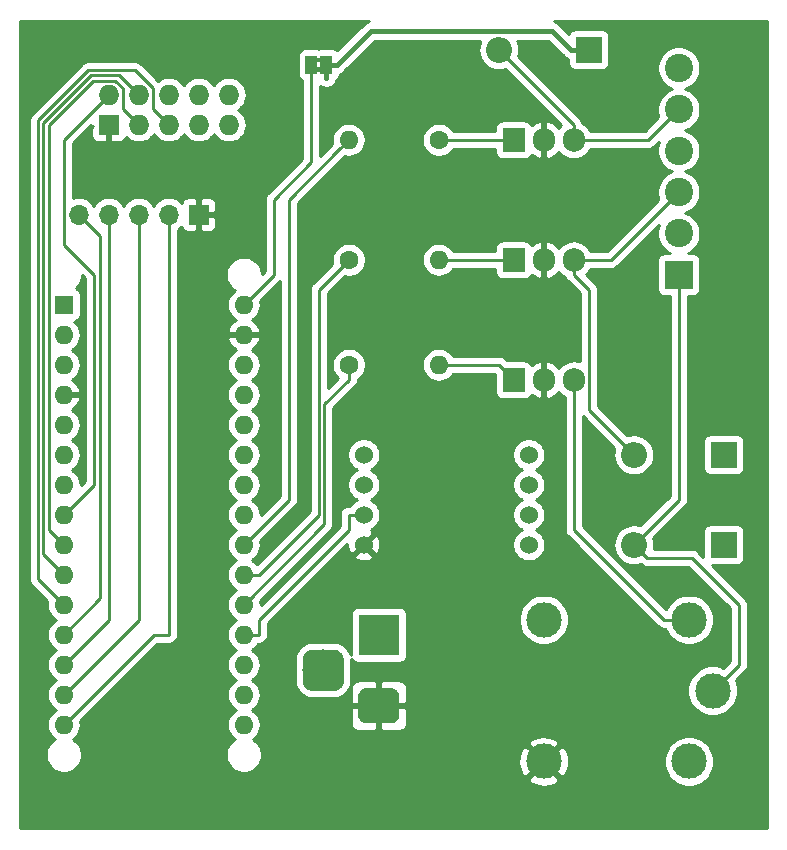
<source format=gtl>
G04 #@! TF.GenerationSoftware,KiCad,Pcbnew,(5.1.2)-2*
G04 #@! TF.CreationDate,2019-08-23T10:29:04+03:00*
G04 #@! TF.ProjectId,pneumatic,706e6575-6d61-4746-9963-2e6b69636164,rev?*
G04 #@! TF.SameCoordinates,Original*
G04 #@! TF.FileFunction,Copper,L1,Top*
G04 #@! TF.FilePolarity,Positive*
%FSLAX46Y46*%
G04 Gerber Fmt 4.6, Leading zero omitted, Abs format (unit mm)*
G04 Created by KiCad (PCBNEW (5.1.2)-2) date 2019-08-23 10:29:04*
%MOMM*%
%LPD*%
G04 APERTURE LIST*
%ADD10C,0.100000*%
%ADD11C,1.524000*%
%ADD12O,1.600000X1.600000*%
%ADD13R,1.600000X1.600000*%
%ADD14O,1.700000X1.700000*%
%ADD15R,1.700000X1.700000*%
%ADD16C,2.400000*%
%ADD17R,2.400000X2.400000*%
%ADD18C,3.000000*%
%ADD19O,1.905000X2.000000*%
%ADD20R,1.905000X2.000000*%
%ADD21C,1.600000*%
%ADD22R,1.000000X1.500000*%
%ADD23C,3.500000*%
%ADD24R,3.500000X3.500000*%
%ADD25O,1.727200X1.727200*%
%ADD26R,1.727200X1.727200*%
%ADD27O,2.200000X2.200000*%
%ADD28R,2.200000X2.200000*%
%ADD29C,0.250000*%
%ADD30C,0.400000*%
%ADD31C,0.254000*%
G04 APERTURE END LIST*
D10*
G36*
X129290000Y-40040000D02*
G01*
X129790000Y-40040000D01*
X129790000Y-40440000D01*
X129290000Y-40440000D01*
X129290000Y-40040000D01*
G37*
G36*
X129290000Y-40840000D02*
G01*
X129790000Y-40840000D01*
X129790000Y-41240000D01*
X129290000Y-41240000D01*
X129290000Y-40840000D01*
G37*
D11*
X147320000Y-81280000D03*
X133350000Y-81280000D03*
X147320000Y-78740000D03*
X133350000Y-78740000D03*
X147320000Y-76200000D03*
X133350000Y-76200000D03*
X147320000Y-73660000D03*
X133350000Y-73660000D03*
D12*
X123190000Y-96520000D03*
X107950000Y-96520000D03*
X123190000Y-60960000D03*
X107950000Y-93980000D03*
X123190000Y-63500000D03*
X107950000Y-91440000D03*
X123190000Y-66040000D03*
X107950000Y-88900000D03*
X123190000Y-68580000D03*
X107950000Y-86360000D03*
X123190000Y-71120000D03*
X107950000Y-83820000D03*
X123190000Y-73660000D03*
X107950000Y-81280000D03*
X123190000Y-76200000D03*
X107950000Y-78740000D03*
X123190000Y-78740000D03*
X107950000Y-76200000D03*
X123190000Y-81280000D03*
X107950000Y-73660000D03*
X123190000Y-83820000D03*
X107950000Y-71120000D03*
X123190000Y-86360000D03*
X107950000Y-68580000D03*
X123190000Y-88900000D03*
X107950000Y-66040000D03*
X123190000Y-91440000D03*
X107950000Y-63500000D03*
X123190000Y-93980000D03*
D13*
X107950000Y-60960000D03*
D14*
X109220000Y-53340000D03*
X111760000Y-53340000D03*
X114300000Y-53340000D03*
X116840000Y-53340000D03*
D15*
X119380000Y-53340000D03*
D16*
X160020000Y-40920000D03*
X160020000Y-44420000D03*
X160020000Y-47920000D03*
X160020000Y-51420000D03*
X160020000Y-54920000D03*
D17*
X160020000Y-58420000D03*
D18*
X160890000Y-99630000D03*
X160890000Y-87630000D03*
X148590000Y-99630000D03*
X162890000Y-93630000D03*
X148590000Y-87630000D03*
D19*
X151130000Y-67310000D03*
X148590000Y-67310000D03*
D20*
X146050000Y-67310000D03*
D19*
X151130000Y-46990000D03*
X148590000Y-46990000D03*
D20*
X146050000Y-46990000D03*
D19*
X151130000Y-57150000D03*
X148590000Y-57150000D03*
D20*
X146050000Y-57150000D03*
D12*
X139700000Y-66040000D03*
D21*
X132080000Y-66040000D03*
D12*
X139700000Y-57150000D03*
D21*
X132080000Y-57150000D03*
D12*
X132080000Y-46990000D03*
D21*
X139700000Y-46990000D03*
D22*
X130190000Y-40640000D03*
X128890000Y-40640000D03*
D10*
G36*
X130880765Y-90154213D02*
G01*
X130965704Y-90166813D01*
X131048999Y-90187677D01*
X131129848Y-90216605D01*
X131207472Y-90253319D01*
X131281124Y-90297464D01*
X131350094Y-90348616D01*
X131413718Y-90406282D01*
X131471384Y-90469906D01*
X131522536Y-90538876D01*
X131566681Y-90612528D01*
X131603395Y-90690152D01*
X131632323Y-90771001D01*
X131653187Y-90854296D01*
X131665787Y-90939235D01*
X131670000Y-91025000D01*
X131670000Y-92775000D01*
X131665787Y-92860765D01*
X131653187Y-92945704D01*
X131632323Y-93028999D01*
X131603395Y-93109848D01*
X131566681Y-93187472D01*
X131522536Y-93261124D01*
X131471384Y-93330094D01*
X131413718Y-93393718D01*
X131350094Y-93451384D01*
X131281124Y-93502536D01*
X131207472Y-93546681D01*
X131129848Y-93583395D01*
X131048999Y-93612323D01*
X130965704Y-93633187D01*
X130880765Y-93645787D01*
X130795000Y-93650000D01*
X129045000Y-93650000D01*
X128959235Y-93645787D01*
X128874296Y-93633187D01*
X128791001Y-93612323D01*
X128710152Y-93583395D01*
X128632528Y-93546681D01*
X128558876Y-93502536D01*
X128489906Y-93451384D01*
X128426282Y-93393718D01*
X128368616Y-93330094D01*
X128317464Y-93261124D01*
X128273319Y-93187472D01*
X128236605Y-93109848D01*
X128207677Y-93028999D01*
X128186813Y-92945704D01*
X128174213Y-92860765D01*
X128170000Y-92775000D01*
X128170000Y-91025000D01*
X128174213Y-90939235D01*
X128186813Y-90854296D01*
X128207677Y-90771001D01*
X128236605Y-90690152D01*
X128273319Y-90612528D01*
X128317464Y-90538876D01*
X128368616Y-90469906D01*
X128426282Y-90406282D01*
X128489906Y-90348616D01*
X128558876Y-90297464D01*
X128632528Y-90253319D01*
X128710152Y-90216605D01*
X128791001Y-90187677D01*
X128874296Y-90166813D01*
X128959235Y-90154213D01*
X129045000Y-90150000D01*
X130795000Y-90150000D01*
X130880765Y-90154213D01*
X130880765Y-90154213D01*
G37*
D23*
X129920000Y-91900000D03*
D10*
G36*
X135693513Y-93403611D02*
G01*
X135766318Y-93414411D01*
X135837714Y-93432295D01*
X135907013Y-93457090D01*
X135973548Y-93488559D01*
X136036678Y-93526398D01*
X136095795Y-93570242D01*
X136150330Y-93619670D01*
X136199758Y-93674205D01*
X136243602Y-93733322D01*
X136281441Y-93796452D01*
X136312910Y-93862987D01*
X136337705Y-93932286D01*
X136355589Y-94003682D01*
X136366389Y-94076487D01*
X136370000Y-94150000D01*
X136370000Y-95650000D01*
X136366389Y-95723513D01*
X136355589Y-95796318D01*
X136337705Y-95867714D01*
X136312910Y-95937013D01*
X136281441Y-96003548D01*
X136243602Y-96066678D01*
X136199758Y-96125795D01*
X136150330Y-96180330D01*
X136095795Y-96229758D01*
X136036678Y-96273602D01*
X135973548Y-96311441D01*
X135907013Y-96342910D01*
X135837714Y-96367705D01*
X135766318Y-96385589D01*
X135693513Y-96396389D01*
X135620000Y-96400000D01*
X133620000Y-96400000D01*
X133546487Y-96396389D01*
X133473682Y-96385589D01*
X133402286Y-96367705D01*
X133332987Y-96342910D01*
X133266452Y-96311441D01*
X133203322Y-96273602D01*
X133144205Y-96229758D01*
X133089670Y-96180330D01*
X133040242Y-96125795D01*
X132996398Y-96066678D01*
X132958559Y-96003548D01*
X132927090Y-95937013D01*
X132902295Y-95867714D01*
X132884411Y-95796318D01*
X132873611Y-95723513D01*
X132870000Y-95650000D01*
X132870000Y-94150000D01*
X132873611Y-94076487D01*
X132884411Y-94003682D01*
X132902295Y-93932286D01*
X132927090Y-93862987D01*
X132958559Y-93796452D01*
X132996398Y-93733322D01*
X133040242Y-93674205D01*
X133089670Y-93619670D01*
X133144205Y-93570242D01*
X133203322Y-93526398D01*
X133266452Y-93488559D01*
X133332987Y-93457090D01*
X133402286Y-93432295D01*
X133473682Y-93414411D01*
X133546487Y-93403611D01*
X133620000Y-93400000D01*
X135620000Y-93400000D01*
X135693513Y-93403611D01*
X135693513Y-93403611D01*
G37*
D18*
X134620000Y-94900000D03*
D24*
X134620000Y-88900000D03*
D25*
X121920000Y-43180000D03*
X121920000Y-45720000D03*
X119380000Y-43180000D03*
X119380000Y-45720000D03*
X116840000Y-43180000D03*
X116840000Y-45720000D03*
X114300000Y-43180000D03*
X114300000Y-45720000D03*
X111760000Y-43180000D03*
D26*
X111760000Y-45720000D03*
D27*
X156210000Y-81280000D03*
D28*
X163830000Y-81280000D03*
D27*
X144780000Y-39370000D03*
D28*
X152400000Y-39370000D03*
D27*
X156210000Y-73660000D03*
D28*
X163830000Y-73660000D03*
D29*
X116840000Y-53340000D02*
X116840000Y-88900000D01*
X115570000Y-88900000D02*
X107950000Y-96520000D01*
X116840000Y-88900000D02*
X115570000Y-88900000D01*
X125730000Y-58420000D02*
X123190000Y-60960000D01*
X125730000Y-52070000D02*
X125730000Y-58420000D01*
X128890000Y-40640000D02*
X128890000Y-48910000D01*
X128890000Y-48910000D02*
X125730000Y-52070000D01*
X114300000Y-87630000D02*
X114300000Y-53340000D01*
X107950000Y-93980000D02*
X114300000Y-87630000D01*
X111760000Y-87630000D02*
X107950000Y-91440000D01*
X111760000Y-53340000D02*
X111760000Y-87630000D01*
X110069999Y-54189999D02*
X109220000Y-53340000D01*
X111021408Y-55141408D02*
X110069999Y-54189999D01*
X111021408Y-85828592D02*
X111021408Y-55141408D01*
X107950000Y-88900000D02*
X111021408Y-85828592D01*
X105779980Y-84189980D02*
X107150001Y-85560001D01*
X105779980Y-45347200D02*
X105779980Y-84189980D01*
X110035799Y-41091381D02*
X105779980Y-45347200D01*
X113970511Y-41091381D02*
X110035799Y-41091381D01*
X115488601Y-42609471D02*
X113970511Y-41091381D01*
X115488601Y-44368601D02*
X115488601Y-42609471D01*
X107150001Y-85560001D02*
X107950000Y-86360000D01*
X116840000Y-45720000D02*
X115488601Y-44368601D01*
X107150001Y-83020001D02*
X107950000Y-83820000D01*
X106229990Y-82099990D02*
X107150001Y-83020001D01*
X106229990Y-45533600D02*
X106229990Y-82099990D01*
X110222200Y-41541390D02*
X106229990Y-45533600D01*
X112661390Y-41541390D02*
X110222200Y-41541390D01*
X114300000Y-43180000D02*
X112661390Y-41541390D01*
X106680000Y-80010000D02*
X106680000Y-45720000D01*
X107950000Y-81280000D02*
X106680000Y-80010000D01*
X113436401Y-44856401D02*
X114300000Y-45720000D01*
X112948601Y-44368601D02*
X113436401Y-44856401D01*
X112948601Y-42609471D02*
X112948601Y-44368601D01*
X112330529Y-41991399D02*
X112948601Y-42609471D01*
X110408601Y-41991399D02*
X112330529Y-41991399D01*
X106680000Y-45720000D02*
X110408601Y-41991399D01*
X111760000Y-43180000D02*
X107950000Y-46990000D01*
X107950000Y-46990000D02*
X107950000Y-55880000D01*
X110490000Y-76200000D02*
X107950000Y-78740000D01*
X107950000Y-55880000D02*
X110490000Y-58420000D01*
X110490000Y-58420000D02*
X110490000Y-76200000D01*
X131280001Y-47789999D02*
X132080000Y-46990000D01*
X127000000Y-52070000D02*
X131280001Y-47789999D01*
X127000000Y-77470000D02*
X127000000Y-52070000D01*
X123190000Y-81280000D02*
X127000000Y-77470000D01*
X123190000Y-83820000D02*
X124460000Y-83820000D01*
X124460000Y-83820000D02*
X129540000Y-78740000D01*
X129540000Y-59690000D02*
X132080000Y-57150000D01*
X129540000Y-78740000D02*
X129540000Y-59690000D01*
X129990010Y-79559990D02*
X129990010Y-69399990D01*
X123190000Y-86360000D02*
X129990010Y-79559990D01*
X132080000Y-67310000D02*
X129990010Y-69399990D01*
X132080000Y-66040000D02*
X132080000Y-67310000D01*
X123190000Y-88900000D02*
X124460000Y-88900000D01*
X124460000Y-87630000D02*
X132080000Y-80010000D01*
X124460000Y-88900000D02*
X124460000Y-87630000D01*
X132080000Y-80010000D02*
X132080000Y-78740000D01*
X132080000Y-78740000D02*
X133350000Y-78740000D01*
X155110001Y-72560001D02*
X156210000Y-73660000D01*
X152407510Y-69857510D02*
X155110001Y-72560001D01*
X152407510Y-59677510D02*
X152407510Y-69857510D01*
X151130000Y-58400000D02*
X152407510Y-59677510D01*
X151130000Y-57150000D02*
X151130000Y-58400000D01*
X154290000Y-57150000D02*
X160020000Y-51420000D01*
X151130000Y-57150000D02*
X154290000Y-57150000D01*
D30*
X130190000Y-40640000D02*
X130190000Y-41790000D01*
X131090000Y-40640000D02*
X130190000Y-40640000D01*
X133960001Y-37769999D02*
X131090000Y-40640000D01*
X149299999Y-37769999D02*
X133960001Y-37769999D01*
X150900000Y-39370000D02*
X149299999Y-37769999D01*
X152400000Y-39370000D02*
X150900000Y-39370000D01*
D29*
X157450000Y-46990000D02*
X160020000Y-44420000D01*
X151130000Y-46990000D02*
X157450000Y-46990000D01*
X151130000Y-45720000D02*
X151130000Y-46990000D01*
X144780000Y-39370000D02*
X151130000Y-45720000D01*
X160020000Y-77470000D02*
X160020000Y-58420000D01*
X156210000Y-81280000D02*
X160020000Y-77470000D01*
X157309999Y-82379999D02*
X161119999Y-82379999D01*
X156210000Y-81280000D02*
X157309999Y-82379999D01*
X161119999Y-82379999D02*
X165100000Y-86360000D01*
X165100000Y-91420000D02*
X162890000Y-93630000D01*
X165100000Y-86360000D02*
X165100000Y-91420000D01*
X139700000Y-57150000D02*
X146050000Y-57150000D01*
X139700000Y-46990000D02*
X146050000Y-46990000D01*
X144780000Y-66040000D02*
X146050000Y-67310000D01*
X144780000Y-66040000D02*
X139700000Y-66040000D01*
X158768680Y-87630000D02*
X160890000Y-87630000D01*
X151130000Y-79991320D02*
X158768680Y-87630000D01*
X151130000Y-67310000D02*
X151130000Y-79991320D01*
D31*
G36*
X133638914Y-36994827D02*
G01*
X133493855Y-37072363D01*
X133366710Y-37176708D01*
X133340560Y-37208572D01*
X131124231Y-39424901D01*
X131044494Y-39359463D01*
X130934180Y-39300498D01*
X130814482Y-39264188D01*
X130690000Y-39251928D01*
X129690000Y-39251928D01*
X129565518Y-39264188D01*
X129540000Y-39271929D01*
X129514482Y-39264188D01*
X129390000Y-39251928D01*
X128390000Y-39251928D01*
X128265518Y-39264188D01*
X128145820Y-39300498D01*
X128035506Y-39359463D01*
X127938815Y-39438815D01*
X127859463Y-39535506D01*
X127800498Y-39645820D01*
X127764188Y-39765518D01*
X127751928Y-39890000D01*
X127751928Y-41390000D01*
X127764188Y-41514482D01*
X127800498Y-41634180D01*
X127859463Y-41744494D01*
X127938815Y-41841185D01*
X128035506Y-41920537D01*
X128130000Y-41971046D01*
X128130001Y-48595197D01*
X125219003Y-51506196D01*
X125189999Y-51529999D01*
X125134871Y-51597174D01*
X125095026Y-51645724D01*
X125024455Y-51777753D01*
X125024454Y-51777754D01*
X124980997Y-51921015D01*
X124970000Y-52032668D01*
X124970000Y-52032678D01*
X124966324Y-52070000D01*
X124970000Y-52107323D01*
X124970001Y-58105196D01*
X124715000Y-58360197D01*
X124715000Y-58269801D01*
X124656395Y-57975174D01*
X124541438Y-57697642D01*
X124374545Y-57447869D01*
X124162131Y-57235455D01*
X123912358Y-57068562D01*
X123634826Y-56953605D01*
X123340199Y-56895000D01*
X123039801Y-56895000D01*
X122745174Y-56953605D01*
X122467642Y-57068562D01*
X122217869Y-57235455D01*
X122005455Y-57447869D01*
X121838562Y-57697642D01*
X121723605Y-57975174D01*
X121665000Y-58269801D01*
X121665000Y-58570199D01*
X121723605Y-58864826D01*
X121838562Y-59142358D01*
X122005455Y-59392131D01*
X122217869Y-59604545D01*
X122424024Y-59742293D01*
X122388899Y-59761068D01*
X122170392Y-59940392D01*
X121991068Y-60158899D01*
X121857818Y-60408192D01*
X121775764Y-60678691D01*
X121748057Y-60960000D01*
X121775764Y-61241309D01*
X121857818Y-61511808D01*
X121991068Y-61761101D01*
X122170392Y-61979608D01*
X122388899Y-62158932D01*
X122526682Y-62232579D01*
X122334869Y-62347615D01*
X122126481Y-62536586D01*
X121958963Y-62762580D01*
X121838754Y-63016913D01*
X121798096Y-63150961D01*
X121920085Y-63373000D01*
X123063000Y-63373000D01*
X123063000Y-63353000D01*
X123317000Y-63353000D01*
X123317000Y-63373000D01*
X124459915Y-63373000D01*
X124581904Y-63150961D01*
X124541246Y-63016913D01*
X124421037Y-62762580D01*
X124253519Y-62536586D01*
X124045131Y-62347615D01*
X123853318Y-62232579D01*
X123991101Y-62158932D01*
X124209608Y-61979608D01*
X124388932Y-61761101D01*
X124522182Y-61511808D01*
X124604236Y-61241309D01*
X124631943Y-60960000D01*
X124604236Y-60678691D01*
X124590708Y-60634094D01*
X126240001Y-58984802D01*
X126240000Y-77155198D01*
X124629402Y-78765796D01*
X124631943Y-78740000D01*
X124604236Y-78458691D01*
X124522182Y-78188192D01*
X124388932Y-77938899D01*
X124209608Y-77720392D01*
X123991101Y-77541068D01*
X123858142Y-77470000D01*
X123991101Y-77398932D01*
X124209608Y-77219608D01*
X124388932Y-77001101D01*
X124522182Y-76751808D01*
X124604236Y-76481309D01*
X124631943Y-76200000D01*
X124604236Y-75918691D01*
X124522182Y-75648192D01*
X124388932Y-75398899D01*
X124209608Y-75180392D01*
X123991101Y-75001068D01*
X123858142Y-74930000D01*
X123991101Y-74858932D01*
X124209608Y-74679608D01*
X124388932Y-74461101D01*
X124522182Y-74211808D01*
X124604236Y-73941309D01*
X124631943Y-73660000D01*
X124604236Y-73378691D01*
X124522182Y-73108192D01*
X124388932Y-72858899D01*
X124209608Y-72640392D01*
X123991101Y-72461068D01*
X123858142Y-72390000D01*
X123991101Y-72318932D01*
X124209608Y-72139608D01*
X124388932Y-71921101D01*
X124522182Y-71671808D01*
X124604236Y-71401309D01*
X124631943Y-71120000D01*
X124604236Y-70838691D01*
X124522182Y-70568192D01*
X124388932Y-70318899D01*
X124209608Y-70100392D01*
X123991101Y-69921068D01*
X123858142Y-69850000D01*
X123991101Y-69778932D01*
X124209608Y-69599608D01*
X124388932Y-69381101D01*
X124522182Y-69131808D01*
X124604236Y-68861309D01*
X124631943Y-68580000D01*
X124604236Y-68298691D01*
X124522182Y-68028192D01*
X124388932Y-67778899D01*
X124209608Y-67560392D01*
X123991101Y-67381068D01*
X123858142Y-67310000D01*
X123991101Y-67238932D01*
X124209608Y-67059608D01*
X124388932Y-66841101D01*
X124522182Y-66591808D01*
X124604236Y-66321309D01*
X124631943Y-66040000D01*
X124604236Y-65758691D01*
X124522182Y-65488192D01*
X124388932Y-65238899D01*
X124209608Y-65020392D01*
X123991101Y-64841068D01*
X123853318Y-64767421D01*
X124045131Y-64652385D01*
X124253519Y-64463414D01*
X124421037Y-64237420D01*
X124541246Y-63983087D01*
X124581904Y-63849039D01*
X124459915Y-63627000D01*
X123317000Y-63627000D01*
X123317000Y-63647000D01*
X123063000Y-63647000D01*
X123063000Y-63627000D01*
X121920085Y-63627000D01*
X121798096Y-63849039D01*
X121838754Y-63983087D01*
X121958963Y-64237420D01*
X122126481Y-64463414D01*
X122334869Y-64652385D01*
X122526682Y-64767421D01*
X122388899Y-64841068D01*
X122170392Y-65020392D01*
X121991068Y-65238899D01*
X121857818Y-65488192D01*
X121775764Y-65758691D01*
X121748057Y-66040000D01*
X121775764Y-66321309D01*
X121857818Y-66591808D01*
X121991068Y-66841101D01*
X122170392Y-67059608D01*
X122388899Y-67238932D01*
X122521858Y-67310000D01*
X122388899Y-67381068D01*
X122170392Y-67560392D01*
X121991068Y-67778899D01*
X121857818Y-68028192D01*
X121775764Y-68298691D01*
X121748057Y-68580000D01*
X121775764Y-68861309D01*
X121857818Y-69131808D01*
X121991068Y-69381101D01*
X122170392Y-69599608D01*
X122388899Y-69778932D01*
X122521858Y-69850000D01*
X122388899Y-69921068D01*
X122170392Y-70100392D01*
X121991068Y-70318899D01*
X121857818Y-70568192D01*
X121775764Y-70838691D01*
X121748057Y-71120000D01*
X121775764Y-71401309D01*
X121857818Y-71671808D01*
X121991068Y-71921101D01*
X122170392Y-72139608D01*
X122388899Y-72318932D01*
X122521858Y-72390000D01*
X122388899Y-72461068D01*
X122170392Y-72640392D01*
X121991068Y-72858899D01*
X121857818Y-73108192D01*
X121775764Y-73378691D01*
X121748057Y-73660000D01*
X121775764Y-73941309D01*
X121857818Y-74211808D01*
X121991068Y-74461101D01*
X122170392Y-74679608D01*
X122388899Y-74858932D01*
X122521858Y-74930000D01*
X122388899Y-75001068D01*
X122170392Y-75180392D01*
X121991068Y-75398899D01*
X121857818Y-75648192D01*
X121775764Y-75918691D01*
X121748057Y-76200000D01*
X121775764Y-76481309D01*
X121857818Y-76751808D01*
X121991068Y-77001101D01*
X122170392Y-77219608D01*
X122388899Y-77398932D01*
X122521858Y-77470000D01*
X122388899Y-77541068D01*
X122170392Y-77720392D01*
X121991068Y-77938899D01*
X121857818Y-78188192D01*
X121775764Y-78458691D01*
X121748057Y-78740000D01*
X121775764Y-79021309D01*
X121857818Y-79291808D01*
X121991068Y-79541101D01*
X122170392Y-79759608D01*
X122388899Y-79938932D01*
X122521858Y-80010000D01*
X122388899Y-80081068D01*
X122170392Y-80260392D01*
X121991068Y-80478899D01*
X121857818Y-80728192D01*
X121775764Y-80998691D01*
X121748057Y-81280000D01*
X121775764Y-81561309D01*
X121857818Y-81831808D01*
X121991068Y-82081101D01*
X122170392Y-82299608D01*
X122388899Y-82478932D01*
X122521858Y-82550000D01*
X122388899Y-82621068D01*
X122170392Y-82800392D01*
X121991068Y-83018899D01*
X121857818Y-83268192D01*
X121775764Y-83538691D01*
X121748057Y-83820000D01*
X121775764Y-84101309D01*
X121857818Y-84371808D01*
X121991068Y-84621101D01*
X122170392Y-84839608D01*
X122388899Y-85018932D01*
X122521858Y-85090000D01*
X122388899Y-85161068D01*
X122170392Y-85340392D01*
X121991068Y-85558899D01*
X121857818Y-85808192D01*
X121775764Y-86078691D01*
X121748057Y-86360000D01*
X121775764Y-86641309D01*
X121857818Y-86911808D01*
X121991068Y-87161101D01*
X122170392Y-87379608D01*
X122388899Y-87558932D01*
X122521858Y-87630000D01*
X122388899Y-87701068D01*
X122170392Y-87880392D01*
X121991068Y-88098899D01*
X121857818Y-88348192D01*
X121775764Y-88618691D01*
X121748057Y-88900000D01*
X121775764Y-89181309D01*
X121857818Y-89451808D01*
X121991068Y-89701101D01*
X122170392Y-89919608D01*
X122388899Y-90098932D01*
X122521858Y-90170000D01*
X122388899Y-90241068D01*
X122170392Y-90420392D01*
X121991068Y-90638899D01*
X121857818Y-90888192D01*
X121775764Y-91158691D01*
X121748057Y-91440000D01*
X121775764Y-91721309D01*
X121857818Y-91991808D01*
X121991068Y-92241101D01*
X122170392Y-92459608D01*
X122388899Y-92638932D01*
X122521858Y-92710000D01*
X122388899Y-92781068D01*
X122170392Y-92960392D01*
X121991068Y-93178899D01*
X121857818Y-93428192D01*
X121775764Y-93698691D01*
X121748057Y-93980000D01*
X121775764Y-94261309D01*
X121857818Y-94531808D01*
X121991068Y-94781101D01*
X122170392Y-94999608D01*
X122388899Y-95178932D01*
X122521858Y-95250000D01*
X122388899Y-95321068D01*
X122170392Y-95500392D01*
X121991068Y-95718899D01*
X121857818Y-95968192D01*
X121775764Y-96238691D01*
X121748057Y-96520000D01*
X121775764Y-96801309D01*
X121857818Y-97071808D01*
X121991068Y-97321101D01*
X122170392Y-97539608D01*
X122388899Y-97718932D01*
X122424024Y-97737707D01*
X122217869Y-97875455D01*
X122005455Y-98087869D01*
X121838562Y-98337642D01*
X121723605Y-98615174D01*
X121665000Y-98909801D01*
X121665000Y-99210199D01*
X121723605Y-99504826D01*
X121838562Y-99782358D01*
X122005455Y-100032131D01*
X122217869Y-100244545D01*
X122467642Y-100411438D01*
X122745174Y-100526395D01*
X123039801Y-100585000D01*
X123340199Y-100585000D01*
X123634826Y-100526395D01*
X123912358Y-100411438D01*
X124162131Y-100244545D01*
X124374545Y-100032131D01*
X124541438Y-99782358D01*
X124586808Y-99672824D01*
X146445098Y-99672824D01*
X146494666Y-100090451D01*
X146624757Y-100490383D01*
X146782786Y-100786038D01*
X147098347Y-100942048D01*
X148410395Y-99630000D01*
X148769605Y-99630000D01*
X150081653Y-100942048D01*
X150397214Y-100786038D01*
X150588020Y-100411255D01*
X150702044Y-100006449D01*
X150734902Y-99587176D01*
X150715027Y-99419721D01*
X158755000Y-99419721D01*
X158755000Y-99840279D01*
X158837047Y-100252756D01*
X158997988Y-100641302D01*
X159231637Y-100990983D01*
X159529017Y-101288363D01*
X159878698Y-101522012D01*
X160267244Y-101682953D01*
X160679721Y-101765000D01*
X161100279Y-101765000D01*
X161512756Y-101682953D01*
X161901302Y-101522012D01*
X162250983Y-101288363D01*
X162548363Y-100990983D01*
X162782012Y-100641302D01*
X162942953Y-100252756D01*
X163025000Y-99840279D01*
X163025000Y-99419721D01*
X162942953Y-99007244D01*
X162782012Y-98618698D01*
X162548363Y-98269017D01*
X162250983Y-97971637D01*
X161901302Y-97737988D01*
X161512756Y-97577047D01*
X161100279Y-97495000D01*
X160679721Y-97495000D01*
X160267244Y-97577047D01*
X159878698Y-97737988D01*
X159529017Y-97971637D01*
X159231637Y-98269017D01*
X158997988Y-98618698D01*
X158837047Y-99007244D01*
X158755000Y-99419721D01*
X150715027Y-99419721D01*
X150685334Y-99169549D01*
X150555243Y-98769617D01*
X150397214Y-98473962D01*
X150081653Y-98317952D01*
X148769605Y-99630000D01*
X148410395Y-99630000D01*
X147098347Y-98317952D01*
X146782786Y-98473962D01*
X146591980Y-98848745D01*
X146477956Y-99253551D01*
X146445098Y-99672824D01*
X124586808Y-99672824D01*
X124656395Y-99504826D01*
X124715000Y-99210199D01*
X124715000Y-98909801D01*
X124656395Y-98615174D01*
X124541438Y-98337642D01*
X124408274Y-98138347D01*
X147277952Y-98138347D01*
X148590000Y-99450395D01*
X149902048Y-98138347D01*
X149746038Y-97822786D01*
X149371255Y-97631980D01*
X148966449Y-97517956D01*
X148547176Y-97485098D01*
X148129549Y-97534666D01*
X147729617Y-97664757D01*
X147433962Y-97822786D01*
X147277952Y-98138347D01*
X124408274Y-98138347D01*
X124374545Y-98087869D01*
X124162131Y-97875455D01*
X123955976Y-97737707D01*
X123991101Y-97718932D01*
X124209608Y-97539608D01*
X124388932Y-97321101D01*
X124522182Y-97071808D01*
X124604236Y-96801309D01*
X124631943Y-96520000D01*
X124620124Y-96400000D01*
X132231928Y-96400000D01*
X132244188Y-96524482D01*
X132280498Y-96644180D01*
X132339463Y-96754494D01*
X132418815Y-96851185D01*
X132515506Y-96930537D01*
X132625820Y-96989502D01*
X132745518Y-97025812D01*
X132870000Y-97038072D01*
X134334250Y-97035000D01*
X134493000Y-96876250D01*
X134493000Y-95027000D01*
X134747000Y-95027000D01*
X134747000Y-96876250D01*
X134905750Y-97035000D01*
X136370000Y-97038072D01*
X136494482Y-97025812D01*
X136614180Y-96989502D01*
X136724494Y-96930537D01*
X136821185Y-96851185D01*
X136900537Y-96754494D01*
X136959502Y-96644180D01*
X136995812Y-96524482D01*
X137008072Y-96400000D01*
X137005000Y-95185750D01*
X136846250Y-95027000D01*
X134747000Y-95027000D01*
X134493000Y-95027000D01*
X132393750Y-95027000D01*
X132235000Y-95185750D01*
X132231928Y-96400000D01*
X124620124Y-96400000D01*
X124604236Y-96238691D01*
X124522182Y-95968192D01*
X124388932Y-95718899D01*
X124209608Y-95500392D01*
X123991101Y-95321068D01*
X123858142Y-95250000D01*
X123991101Y-95178932D01*
X124209608Y-94999608D01*
X124388932Y-94781101D01*
X124522182Y-94531808D01*
X124604236Y-94261309D01*
X124631943Y-93980000D01*
X124604236Y-93698691D01*
X124522182Y-93428192D01*
X124388932Y-93178899D01*
X124209608Y-92960392D01*
X123991101Y-92781068D01*
X123858142Y-92710000D01*
X123991101Y-92638932D01*
X124209608Y-92459608D01*
X124388932Y-92241101D01*
X124522182Y-91991808D01*
X124604236Y-91721309D01*
X124631943Y-91440000D01*
X124604236Y-91158691D01*
X124563682Y-91025000D01*
X127531928Y-91025000D01*
X127531928Y-92775000D01*
X127561001Y-93070186D01*
X127647104Y-93354028D01*
X127786927Y-93615618D01*
X127975097Y-93844903D01*
X128204382Y-94033073D01*
X128465972Y-94172896D01*
X128749814Y-94258999D01*
X129045000Y-94288072D01*
X130795000Y-94288072D01*
X131090186Y-94258999D01*
X131374028Y-94172896D01*
X131635618Y-94033073D01*
X131864903Y-93844903D01*
X132053073Y-93615618D01*
X132168323Y-93400000D01*
X132231928Y-93400000D01*
X132235000Y-94614250D01*
X132393750Y-94773000D01*
X134493000Y-94773000D01*
X134493000Y-92923750D01*
X134747000Y-92923750D01*
X134747000Y-94773000D01*
X136846250Y-94773000D01*
X137005000Y-94614250D01*
X137008072Y-93400000D01*
X136995812Y-93275518D01*
X136959502Y-93155820D01*
X136900537Y-93045506D01*
X136821185Y-92948815D01*
X136724494Y-92869463D01*
X136614180Y-92810498D01*
X136494482Y-92774188D01*
X136370000Y-92761928D01*
X134905750Y-92765000D01*
X134747000Y-92923750D01*
X134493000Y-92923750D01*
X134334250Y-92765000D01*
X132870000Y-92761928D01*
X132745518Y-92774188D01*
X132625820Y-92810498D01*
X132515506Y-92869463D01*
X132418815Y-92948815D01*
X132339463Y-93045506D01*
X132280498Y-93155820D01*
X132244188Y-93275518D01*
X132231928Y-93400000D01*
X132168323Y-93400000D01*
X132192896Y-93354028D01*
X132278999Y-93070186D01*
X132308072Y-92775000D01*
X132308072Y-91025000D01*
X132298506Y-90927869D01*
X132339463Y-91004494D01*
X132418815Y-91101185D01*
X132515506Y-91180537D01*
X132625820Y-91239502D01*
X132745518Y-91275812D01*
X132870000Y-91288072D01*
X136370000Y-91288072D01*
X136494482Y-91275812D01*
X136614180Y-91239502D01*
X136724494Y-91180537D01*
X136821185Y-91101185D01*
X136900537Y-91004494D01*
X136959502Y-90894180D01*
X136995812Y-90774482D01*
X137008072Y-90650000D01*
X137008072Y-87419721D01*
X146455000Y-87419721D01*
X146455000Y-87840279D01*
X146537047Y-88252756D01*
X146697988Y-88641302D01*
X146931637Y-88990983D01*
X147229017Y-89288363D01*
X147578698Y-89522012D01*
X147967244Y-89682953D01*
X148379721Y-89765000D01*
X148800279Y-89765000D01*
X149212756Y-89682953D01*
X149601302Y-89522012D01*
X149950983Y-89288363D01*
X150248363Y-88990983D01*
X150482012Y-88641302D01*
X150642953Y-88252756D01*
X150725000Y-87840279D01*
X150725000Y-87419721D01*
X150642953Y-87007244D01*
X150482012Y-86618698D01*
X150248363Y-86269017D01*
X149950983Y-85971637D01*
X149601302Y-85737988D01*
X149212756Y-85577047D01*
X148800279Y-85495000D01*
X148379721Y-85495000D01*
X147967244Y-85577047D01*
X147578698Y-85737988D01*
X147229017Y-85971637D01*
X146931637Y-86269017D01*
X146697988Y-86618698D01*
X146537047Y-87007244D01*
X146455000Y-87419721D01*
X137008072Y-87419721D01*
X137008072Y-87150000D01*
X136995812Y-87025518D01*
X136959502Y-86905820D01*
X136900537Y-86795506D01*
X136821185Y-86698815D01*
X136724494Y-86619463D01*
X136614180Y-86560498D01*
X136494482Y-86524188D01*
X136370000Y-86511928D01*
X132870000Y-86511928D01*
X132745518Y-86524188D01*
X132625820Y-86560498D01*
X132515506Y-86619463D01*
X132418815Y-86698815D01*
X132339463Y-86795506D01*
X132280498Y-86905820D01*
X132244188Y-87025518D01*
X132231928Y-87150000D01*
X132231928Y-90574643D01*
X132192896Y-90445972D01*
X132053073Y-90184382D01*
X131864903Y-89955097D01*
X131635618Y-89766927D01*
X131374028Y-89627104D01*
X131090186Y-89541001D01*
X130795000Y-89511928D01*
X129045000Y-89511928D01*
X128749814Y-89541001D01*
X128465972Y-89627104D01*
X128204382Y-89766927D01*
X127975097Y-89955097D01*
X127786927Y-90184382D01*
X127647104Y-90445972D01*
X127561001Y-90729814D01*
X127531928Y-91025000D01*
X124563682Y-91025000D01*
X124522182Y-90888192D01*
X124388932Y-90638899D01*
X124209608Y-90420392D01*
X123991101Y-90241068D01*
X123858142Y-90170000D01*
X123991101Y-90098932D01*
X124209608Y-89919608D01*
X124388932Y-89701101D01*
X124410901Y-89660000D01*
X124422667Y-89660000D01*
X124460000Y-89663677D01*
X124497333Y-89660000D01*
X124608986Y-89649003D01*
X124752247Y-89605546D01*
X124884276Y-89534974D01*
X125000001Y-89440001D01*
X125094974Y-89324276D01*
X125165546Y-89192247D01*
X125209003Y-89048986D01*
X125223677Y-88900000D01*
X125220000Y-88862667D01*
X125220000Y-87944801D01*
X130919236Y-82245565D01*
X132564040Y-82245565D01*
X132631020Y-82485656D01*
X132880048Y-82602756D01*
X133147135Y-82669023D01*
X133422017Y-82681910D01*
X133694133Y-82640922D01*
X133953023Y-82547636D01*
X134068980Y-82485656D01*
X134135960Y-82245565D01*
X133350000Y-81459605D01*
X132564040Y-82245565D01*
X130919236Y-82245565D01*
X131954745Y-81210057D01*
X131948090Y-81352017D01*
X131989078Y-81624133D01*
X132082364Y-81883023D01*
X132144344Y-81998980D01*
X132384435Y-82065960D01*
X133170395Y-81280000D01*
X133529605Y-81280000D01*
X134315565Y-82065960D01*
X134555656Y-81998980D01*
X134672756Y-81749952D01*
X134739023Y-81482865D01*
X134751910Y-81207983D01*
X134710922Y-80935867D01*
X134617636Y-80676977D01*
X134555656Y-80561020D01*
X134315565Y-80494040D01*
X133529605Y-81280000D01*
X133170395Y-81280000D01*
X133156253Y-81265858D01*
X133335858Y-81086253D01*
X133350000Y-81100395D01*
X134135960Y-80314435D01*
X134068980Y-80074344D01*
X133933240Y-80010515D01*
X134011727Y-79978005D01*
X134240535Y-79825120D01*
X134435120Y-79630535D01*
X134588005Y-79401727D01*
X134693314Y-79147490D01*
X134747000Y-78877592D01*
X134747000Y-78602408D01*
X134693314Y-78332510D01*
X134588005Y-78078273D01*
X134435120Y-77849465D01*
X134240535Y-77654880D01*
X134011727Y-77501995D01*
X133934485Y-77470000D01*
X134011727Y-77438005D01*
X134240535Y-77285120D01*
X134435120Y-77090535D01*
X134588005Y-76861727D01*
X134693314Y-76607490D01*
X134747000Y-76337592D01*
X134747000Y-76062408D01*
X134693314Y-75792510D01*
X134588005Y-75538273D01*
X134435120Y-75309465D01*
X134240535Y-75114880D01*
X134011727Y-74961995D01*
X133934485Y-74930000D01*
X134011727Y-74898005D01*
X134240535Y-74745120D01*
X134435120Y-74550535D01*
X134588005Y-74321727D01*
X134693314Y-74067490D01*
X134747000Y-73797592D01*
X134747000Y-73522408D01*
X145923000Y-73522408D01*
X145923000Y-73797592D01*
X145976686Y-74067490D01*
X146081995Y-74321727D01*
X146234880Y-74550535D01*
X146429465Y-74745120D01*
X146658273Y-74898005D01*
X146735515Y-74930000D01*
X146658273Y-74961995D01*
X146429465Y-75114880D01*
X146234880Y-75309465D01*
X146081995Y-75538273D01*
X145976686Y-75792510D01*
X145923000Y-76062408D01*
X145923000Y-76337592D01*
X145976686Y-76607490D01*
X146081995Y-76861727D01*
X146234880Y-77090535D01*
X146429465Y-77285120D01*
X146658273Y-77438005D01*
X146735515Y-77470000D01*
X146658273Y-77501995D01*
X146429465Y-77654880D01*
X146234880Y-77849465D01*
X146081995Y-78078273D01*
X145976686Y-78332510D01*
X145923000Y-78602408D01*
X145923000Y-78877592D01*
X145976686Y-79147490D01*
X146081995Y-79401727D01*
X146234880Y-79630535D01*
X146429465Y-79825120D01*
X146658273Y-79978005D01*
X146735515Y-80010000D01*
X146658273Y-80041995D01*
X146429465Y-80194880D01*
X146234880Y-80389465D01*
X146081995Y-80618273D01*
X145976686Y-80872510D01*
X145923000Y-81142408D01*
X145923000Y-81417592D01*
X145976686Y-81687490D01*
X146081995Y-81941727D01*
X146234880Y-82170535D01*
X146429465Y-82365120D01*
X146658273Y-82518005D01*
X146912510Y-82623314D01*
X147182408Y-82677000D01*
X147457592Y-82677000D01*
X147727490Y-82623314D01*
X147981727Y-82518005D01*
X148210535Y-82365120D01*
X148405120Y-82170535D01*
X148558005Y-81941727D01*
X148663314Y-81687490D01*
X148717000Y-81417592D01*
X148717000Y-81142408D01*
X148663314Y-80872510D01*
X148558005Y-80618273D01*
X148405120Y-80389465D01*
X148210535Y-80194880D01*
X147981727Y-80041995D01*
X147904485Y-80010000D01*
X147981727Y-79978005D01*
X148210535Y-79825120D01*
X148405120Y-79630535D01*
X148558005Y-79401727D01*
X148663314Y-79147490D01*
X148717000Y-78877592D01*
X148717000Y-78602408D01*
X148663314Y-78332510D01*
X148558005Y-78078273D01*
X148405120Y-77849465D01*
X148210535Y-77654880D01*
X147981727Y-77501995D01*
X147904485Y-77470000D01*
X147981727Y-77438005D01*
X148210535Y-77285120D01*
X148405120Y-77090535D01*
X148558005Y-76861727D01*
X148663314Y-76607490D01*
X148717000Y-76337592D01*
X148717000Y-76062408D01*
X148663314Y-75792510D01*
X148558005Y-75538273D01*
X148405120Y-75309465D01*
X148210535Y-75114880D01*
X147981727Y-74961995D01*
X147904485Y-74930000D01*
X147981727Y-74898005D01*
X148210535Y-74745120D01*
X148405120Y-74550535D01*
X148558005Y-74321727D01*
X148663314Y-74067490D01*
X148717000Y-73797592D01*
X148717000Y-73522408D01*
X148663314Y-73252510D01*
X148558005Y-72998273D01*
X148405120Y-72769465D01*
X148210535Y-72574880D01*
X147981727Y-72421995D01*
X147727490Y-72316686D01*
X147457592Y-72263000D01*
X147182408Y-72263000D01*
X146912510Y-72316686D01*
X146658273Y-72421995D01*
X146429465Y-72574880D01*
X146234880Y-72769465D01*
X146081995Y-72998273D01*
X145976686Y-73252510D01*
X145923000Y-73522408D01*
X134747000Y-73522408D01*
X134693314Y-73252510D01*
X134588005Y-72998273D01*
X134435120Y-72769465D01*
X134240535Y-72574880D01*
X134011727Y-72421995D01*
X133757490Y-72316686D01*
X133487592Y-72263000D01*
X133212408Y-72263000D01*
X132942510Y-72316686D01*
X132688273Y-72421995D01*
X132459465Y-72574880D01*
X132264880Y-72769465D01*
X132111995Y-72998273D01*
X132006686Y-73252510D01*
X131953000Y-73522408D01*
X131953000Y-73797592D01*
X132006686Y-74067490D01*
X132111995Y-74321727D01*
X132264880Y-74550535D01*
X132459465Y-74745120D01*
X132688273Y-74898005D01*
X132765515Y-74930000D01*
X132688273Y-74961995D01*
X132459465Y-75114880D01*
X132264880Y-75309465D01*
X132111995Y-75538273D01*
X132006686Y-75792510D01*
X131953000Y-76062408D01*
X131953000Y-76337592D01*
X132006686Y-76607490D01*
X132111995Y-76861727D01*
X132264880Y-77090535D01*
X132459465Y-77285120D01*
X132688273Y-77438005D01*
X132765515Y-77470000D01*
X132688273Y-77501995D01*
X132459465Y-77654880D01*
X132264880Y-77849465D01*
X132177659Y-77980000D01*
X132117333Y-77980000D01*
X132080000Y-77976323D01*
X132042667Y-77980000D01*
X131931014Y-77990997D01*
X131787753Y-78034454D01*
X131655724Y-78105026D01*
X131539999Y-78199999D01*
X131445026Y-78315724D01*
X131374454Y-78447753D01*
X131330997Y-78591014D01*
X131316323Y-78740000D01*
X131320001Y-78777342D01*
X131320000Y-79695198D01*
X124629402Y-86385797D01*
X124631943Y-86360000D01*
X124604236Y-86078691D01*
X124590708Y-86034093D01*
X130501014Y-80123788D01*
X130530011Y-80099991D01*
X130624984Y-79984266D01*
X130695556Y-79852237D01*
X130739013Y-79708976D01*
X130750010Y-79597323D01*
X130750010Y-79597314D01*
X130753686Y-79559991D01*
X130750010Y-79522668D01*
X130750010Y-69714791D01*
X132591003Y-67873799D01*
X132620001Y-67850001D01*
X132714974Y-67734276D01*
X132785546Y-67602247D01*
X132829003Y-67458986D01*
X132840000Y-67347333D01*
X132840000Y-67347324D01*
X132843676Y-67310001D01*
X132840000Y-67272678D01*
X132840000Y-67258043D01*
X132994759Y-67154637D01*
X133194637Y-66954759D01*
X133351680Y-66719727D01*
X133459853Y-66458574D01*
X133515000Y-66181335D01*
X133515000Y-66040000D01*
X138258057Y-66040000D01*
X138285764Y-66321309D01*
X138367818Y-66591808D01*
X138501068Y-66841101D01*
X138680392Y-67059608D01*
X138898899Y-67238932D01*
X139148192Y-67372182D01*
X139418691Y-67454236D01*
X139629508Y-67475000D01*
X139770492Y-67475000D01*
X139981309Y-67454236D01*
X140251808Y-67372182D01*
X140501101Y-67238932D01*
X140719608Y-67059608D01*
X140898932Y-66841101D01*
X140920901Y-66800000D01*
X144459428Y-66800000D01*
X144459428Y-68310000D01*
X144471688Y-68434482D01*
X144507998Y-68554180D01*
X144566963Y-68664494D01*
X144646315Y-68761185D01*
X144743006Y-68840537D01*
X144853320Y-68899502D01*
X144973018Y-68935812D01*
X145097500Y-68948072D01*
X147002500Y-68948072D01*
X147126982Y-68935812D01*
X147246680Y-68899502D01*
X147356994Y-68840537D01*
X147453685Y-68761185D01*
X147533037Y-68664494D01*
X147582059Y-68572781D01*
X147723077Y-68685969D01*
X147998906Y-68829571D01*
X148217020Y-68900563D01*
X148463000Y-68780594D01*
X148463000Y-67437000D01*
X148443000Y-67437000D01*
X148443000Y-67183000D01*
X148463000Y-67183000D01*
X148463000Y-65839406D01*
X148217020Y-65719437D01*
X147998906Y-65790429D01*
X147723077Y-65934031D01*
X147582059Y-66047219D01*
X147533037Y-65955506D01*
X147453685Y-65858815D01*
X147356994Y-65779463D01*
X147246680Y-65720498D01*
X147126982Y-65684188D01*
X147002500Y-65671928D01*
X145486729Y-65671928D01*
X145343804Y-65529003D01*
X145320001Y-65499999D01*
X145204276Y-65405026D01*
X145072247Y-65334454D01*
X144928986Y-65290997D01*
X144817333Y-65280000D01*
X144817322Y-65280000D01*
X144780000Y-65276324D01*
X144742678Y-65280000D01*
X140920901Y-65280000D01*
X140898932Y-65238899D01*
X140719608Y-65020392D01*
X140501101Y-64841068D01*
X140251808Y-64707818D01*
X139981309Y-64625764D01*
X139770492Y-64605000D01*
X139629508Y-64605000D01*
X139418691Y-64625764D01*
X139148192Y-64707818D01*
X138898899Y-64841068D01*
X138680392Y-65020392D01*
X138501068Y-65238899D01*
X138367818Y-65488192D01*
X138285764Y-65758691D01*
X138258057Y-66040000D01*
X133515000Y-66040000D01*
X133515000Y-65898665D01*
X133459853Y-65621426D01*
X133351680Y-65360273D01*
X133194637Y-65125241D01*
X132994759Y-64925363D01*
X132759727Y-64768320D01*
X132498574Y-64660147D01*
X132221335Y-64605000D01*
X131938665Y-64605000D01*
X131661426Y-64660147D01*
X131400273Y-64768320D01*
X131165241Y-64925363D01*
X130965363Y-65125241D01*
X130808320Y-65360273D01*
X130700147Y-65621426D01*
X130645000Y-65898665D01*
X130645000Y-66181335D01*
X130700147Y-66458574D01*
X130808320Y-66719727D01*
X130965363Y-66954759D01*
X131162901Y-67152297D01*
X130300000Y-68015199D01*
X130300000Y-60004801D01*
X131756114Y-58548688D01*
X131938665Y-58585000D01*
X132221335Y-58585000D01*
X132498574Y-58529853D01*
X132759727Y-58421680D01*
X132994759Y-58264637D01*
X133194637Y-58064759D01*
X133351680Y-57829727D01*
X133459853Y-57568574D01*
X133515000Y-57291335D01*
X133515000Y-57150000D01*
X138258057Y-57150000D01*
X138285764Y-57431309D01*
X138367818Y-57701808D01*
X138501068Y-57951101D01*
X138680392Y-58169608D01*
X138898899Y-58348932D01*
X139148192Y-58482182D01*
X139418691Y-58564236D01*
X139629508Y-58585000D01*
X139770492Y-58585000D01*
X139981309Y-58564236D01*
X140251808Y-58482182D01*
X140501101Y-58348932D01*
X140719608Y-58169608D01*
X140898932Y-57951101D01*
X140920901Y-57910000D01*
X144459428Y-57910000D01*
X144459428Y-58150000D01*
X144471688Y-58274482D01*
X144507998Y-58394180D01*
X144566963Y-58504494D01*
X144646315Y-58601185D01*
X144743006Y-58680537D01*
X144853320Y-58739502D01*
X144973018Y-58775812D01*
X145097500Y-58788072D01*
X147002500Y-58788072D01*
X147126982Y-58775812D01*
X147246680Y-58739502D01*
X147356994Y-58680537D01*
X147453685Y-58601185D01*
X147533037Y-58504494D01*
X147582059Y-58412781D01*
X147723077Y-58525969D01*
X147998906Y-58669571D01*
X148217020Y-58740563D01*
X148463000Y-58620594D01*
X148463000Y-57277000D01*
X148443000Y-57277000D01*
X148443000Y-57023000D01*
X148463000Y-57023000D01*
X148463000Y-55679406D01*
X148217020Y-55559437D01*
X147998906Y-55630429D01*
X147723077Y-55774031D01*
X147582059Y-55887219D01*
X147533037Y-55795506D01*
X147453685Y-55698815D01*
X147356994Y-55619463D01*
X147246680Y-55560498D01*
X147126982Y-55524188D01*
X147002500Y-55511928D01*
X145097500Y-55511928D01*
X144973018Y-55524188D01*
X144853320Y-55560498D01*
X144743006Y-55619463D01*
X144646315Y-55698815D01*
X144566963Y-55795506D01*
X144507998Y-55905820D01*
X144471688Y-56025518D01*
X144459428Y-56150000D01*
X144459428Y-56390000D01*
X140920901Y-56390000D01*
X140898932Y-56348899D01*
X140719608Y-56130392D01*
X140501101Y-55951068D01*
X140251808Y-55817818D01*
X139981309Y-55735764D01*
X139770492Y-55715000D01*
X139629508Y-55715000D01*
X139418691Y-55735764D01*
X139148192Y-55817818D01*
X138898899Y-55951068D01*
X138680392Y-56130392D01*
X138501068Y-56348899D01*
X138367818Y-56598192D01*
X138285764Y-56868691D01*
X138258057Y-57150000D01*
X133515000Y-57150000D01*
X133515000Y-57008665D01*
X133459853Y-56731426D01*
X133351680Y-56470273D01*
X133194637Y-56235241D01*
X132994759Y-56035363D01*
X132759727Y-55878320D01*
X132498574Y-55770147D01*
X132221335Y-55715000D01*
X131938665Y-55715000D01*
X131661426Y-55770147D01*
X131400273Y-55878320D01*
X131165241Y-56035363D01*
X130965363Y-56235241D01*
X130808320Y-56470273D01*
X130700147Y-56731426D01*
X130645000Y-57008665D01*
X130645000Y-57291335D01*
X130681312Y-57473886D01*
X129028998Y-59126201D01*
X129000000Y-59149999D01*
X128976202Y-59178997D01*
X128976201Y-59178998D01*
X128905026Y-59265724D01*
X128834454Y-59397754D01*
X128804180Y-59497558D01*
X128790998Y-59541014D01*
X128782286Y-59629463D01*
X128776324Y-59690000D01*
X128780001Y-59727333D01*
X128780000Y-78425198D01*
X124297595Y-82907604D01*
X124209608Y-82800392D01*
X123991101Y-82621068D01*
X123858142Y-82550000D01*
X123991101Y-82478932D01*
X124209608Y-82299608D01*
X124388932Y-82081101D01*
X124522182Y-81831808D01*
X124604236Y-81561309D01*
X124631943Y-81280000D01*
X124604236Y-80998691D01*
X124590708Y-80954094D01*
X127511004Y-78033798D01*
X127540001Y-78010001D01*
X127634974Y-77894276D01*
X127705546Y-77762247D01*
X127749003Y-77618986D01*
X127760000Y-77507333D01*
X127760000Y-77507325D01*
X127763676Y-77470000D01*
X127760000Y-77432675D01*
X127760000Y-52384801D01*
X131754095Y-48390708D01*
X131798691Y-48404236D01*
X132009508Y-48425000D01*
X132150492Y-48425000D01*
X132361309Y-48404236D01*
X132631808Y-48322182D01*
X132881101Y-48188932D01*
X133099608Y-48009608D01*
X133278932Y-47791101D01*
X133412182Y-47541808D01*
X133494236Y-47271309D01*
X133521943Y-46990000D01*
X133508023Y-46848665D01*
X138265000Y-46848665D01*
X138265000Y-47131335D01*
X138320147Y-47408574D01*
X138428320Y-47669727D01*
X138585363Y-47904759D01*
X138785241Y-48104637D01*
X139020273Y-48261680D01*
X139281426Y-48369853D01*
X139558665Y-48425000D01*
X139841335Y-48425000D01*
X140118574Y-48369853D01*
X140379727Y-48261680D01*
X140614759Y-48104637D01*
X140814637Y-47904759D01*
X140918043Y-47750000D01*
X144459428Y-47750000D01*
X144459428Y-47990000D01*
X144471688Y-48114482D01*
X144507998Y-48234180D01*
X144566963Y-48344494D01*
X144646315Y-48441185D01*
X144743006Y-48520537D01*
X144853320Y-48579502D01*
X144973018Y-48615812D01*
X145097500Y-48628072D01*
X147002500Y-48628072D01*
X147126982Y-48615812D01*
X147246680Y-48579502D01*
X147356994Y-48520537D01*
X147453685Y-48441185D01*
X147533037Y-48344494D01*
X147582059Y-48252781D01*
X147723077Y-48365969D01*
X147998906Y-48509571D01*
X148217020Y-48580563D01*
X148463000Y-48460594D01*
X148463000Y-47117000D01*
X148443000Y-47117000D01*
X148443000Y-46863000D01*
X148463000Y-46863000D01*
X148463000Y-45519406D01*
X148217020Y-45399437D01*
X147998906Y-45470429D01*
X147723077Y-45614031D01*
X147582059Y-45727219D01*
X147533037Y-45635506D01*
X147453685Y-45538815D01*
X147356994Y-45459463D01*
X147246680Y-45400498D01*
X147126982Y-45364188D01*
X147002500Y-45351928D01*
X145097500Y-45351928D01*
X144973018Y-45364188D01*
X144853320Y-45400498D01*
X144743006Y-45459463D01*
X144646315Y-45538815D01*
X144566963Y-45635506D01*
X144507998Y-45745820D01*
X144471688Y-45865518D01*
X144459428Y-45990000D01*
X144459428Y-46230000D01*
X140918043Y-46230000D01*
X140814637Y-46075241D01*
X140614759Y-45875363D01*
X140379727Y-45718320D01*
X140118574Y-45610147D01*
X139841335Y-45555000D01*
X139558665Y-45555000D01*
X139281426Y-45610147D01*
X139020273Y-45718320D01*
X138785241Y-45875363D01*
X138585363Y-46075241D01*
X138428320Y-46310273D01*
X138320147Y-46571426D01*
X138265000Y-46848665D01*
X133508023Y-46848665D01*
X133494236Y-46708691D01*
X133412182Y-46438192D01*
X133278932Y-46188899D01*
X133099608Y-45970392D01*
X132881101Y-45791068D01*
X132631808Y-45657818D01*
X132361309Y-45575764D01*
X132150492Y-45555000D01*
X132009508Y-45555000D01*
X131798691Y-45575764D01*
X131528192Y-45657818D01*
X131278899Y-45791068D01*
X131060392Y-45970392D01*
X130881068Y-46188899D01*
X130747818Y-46438192D01*
X130665764Y-46708691D01*
X130638057Y-46990000D01*
X130665764Y-47271309D01*
X130679292Y-47315905D01*
X129650000Y-48345198D01*
X129650000Y-42427025D01*
X129723855Y-42487636D01*
X129868914Y-42565172D01*
X130026312Y-42612918D01*
X130190000Y-42629040D01*
X130353689Y-42612918D01*
X130511087Y-42565172D01*
X130656146Y-42487636D01*
X130783291Y-42383291D01*
X130887636Y-42256146D01*
X130965172Y-42111087D01*
X131012918Y-41953689D01*
X131014610Y-41936511D01*
X131044494Y-41920537D01*
X131141185Y-41841185D01*
X131220537Y-41744494D01*
X131279502Y-41634180D01*
X131315812Y-41514482D01*
X131322960Y-41441905D01*
X131411087Y-41415172D01*
X131556146Y-41337636D01*
X131683291Y-41233291D01*
X131709446Y-41201421D01*
X134305869Y-38604999D01*
X143221607Y-38604999D01*
X143169314Y-38702832D01*
X143070105Y-39029881D01*
X143036606Y-39370000D01*
X143070105Y-39710119D01*
X143169314Y-40037168D01*
X143330421Y-40338578D01*
X143547234Y-40602766D01*
X143811422Y-40819579D01*
X144112832Y-40980686D01*
X144439881Y-41079895D01*
X144694775Y-41105000D01*
X144865225Y-41105000D01*
X145120119Y-41079895D01*
X145346440Y-41011241D01*
X150083159Y-45747961D01*
X150002037Y-45814537D01*
X149854838Y-45993900D01*
X149699437Y-45808685D01*
X149456923Y-45614031D01*
X149181094Y-45470429D01*
X148962980Y-45399437D01*
X148717000Y-45519406D01*
X148717000Y-46863000D01*
X148737000Y-46863000D01*
X148737000Y-47117000D01*
X148717000Y-47117000D01*
X148717000Y-48460594D01*
X148962980Y-48580563D01*
X149181094Y-48509571D01*
X149456923Y-48365969D01*
X149699437Y-48171315D01*
X149854837Y-47986101D01*
X150002037Y-48165463D01*
X150243766Y-48363845D01*
X150519552Y-48511255D01*
X150818797Y-48602030D01*
X151130000Y-48632681D01*
X151441204Y-48602030D01*
X151740449Y-48511255D01*
X152016235Y-48363845D01*
X152257963Y-48165463D01*
X152456345Y-47923734D01*
X152549207Y-47750000D01*
X157412678Y-47750000D01*
X157450000Y-47753676D01*
X157487322Y-47750000D01*
X157487333Y-47750000D01*
X157598986Y-47739003D01*
X157742247Y-47695546D01*
X157874276Y-47624974D01*
X157990001Y-47530001D01*
X158013804Y-47500997D01*
X158344236Y-47170565D01*
X158255518Y-47384750D01*
X158185000Y-47739268D01*
X158185000Y-48100732D01*
X158255518Y-48455250D01*
X158393844Y-48789199D01*
X158594662Y-49089744D01*
X158850256Y-49345338D01*
X159150801Y-49546156D01*
X159449787Y-49670000D01*
X159150801Y-49793844D01*
X158850256Y-49994662D01*
X158594662Y-50250256D01*
X158393844Y-50550801D01*
X158255518Y-50884750D01*
X158185000Y-51239268D01*
X158185000Y-51600732D01*
X158255518Y-51955250D01*
X158300750Y-52064449D01*
X153975199Y-56390000D01*
X152549208Y-56390000D01*
X152456345Y-56216265D01*
X152257963Y-55974537D01*
X152016234Y-55776155D01*
X151740448Y-55628745D01*
X151441203Y-55537970D01*
X151130000Y-55507319D01*
X150818796Y-55537970D01*
X150519551Y-55628745D01*
X150243765Y-55776155D01*
X150002037Y-55974537D01*
X149854838Y-56153900D01*
X149699437Y-55968685D01*
X149456923Y-55774031D01*
X149181094Y-55630429D01*
X148962980Y-55559437D01*
X148717000Y-55679406D01*
X148717000Y-57023000D01*
X148737000Y-57023000D01*
X148737000Y-57277000D01*
X148717000Y-57277000D01*
X148717000Y-58620594D01*
X148962980Y-58740563D01*
X149181094Y-58669571D01*
X149456923Y-58525969D01*
X149699437Y-58331315D01*
X149854837Y-58146101D01*
X150002037Y-58325463D01*
X150243766Y-58523845D01*
X150398452Y-58606526D01*
X150424454Y-58692246D01*
X150495026Y-58824276D01*
X150566201Y-58911002D01*
X150590000Y-58940001D01*
X150618998Y-58963799D01*
X151647510Y-59992312D01*
X151647511Y-65760553D01*
X151441203Y-65697970D01*
X151130000Y-65667319D01*
X150818796Y-65697970D01*
X150519551Y-65788745D01*
X150243765Y-65936155D01*
X150002037Y-66134537D01*
X149854838Y-66313900D01*
X149699437Y-66128685D01*
X149456923Y-65934031D01*
X149181094Y-65790429D01*
X148962980Y-65719437D01*
X148717000Y-65839406D01*
X148717000Y-67183000D01*
X148737000Y-67183000D01*
X148737000Y-67437000D01*
X148717000Y-67437000D01*
X148717000Y-68780594D01*
X148962980Y-68900563D01*
X149181094Y-68829571D01*
X149456923Y-68685969D01*
X149699437Y-68491315D01*
X149854837Y-68306101D01*
X150002037Y-68485463D01*
X150243766Y-68683845D01*
X150370000Y-68751318D01*
X150370001Y-79953988D01*
X150366324Y-79991320D01*
X150370001Y-80028653D01*
X150380998Y-80140306D01*
X150386665Y-80158987D01*
X150424454Y-80283566D01*
X150495026Y-80415596D01*
X150546978Y-80478899D01*
X150590000Y-80531321D01*
X150618998Y-80555119D01*
X158204881Y-88141003D01*
X158228679Y-88170001D01*
X158344404Y-88264974D01*
X158476433Y-88335546D01*
X158619694Y-88379003D01*
X158731347Y-88390000D01*
X158731357Y-88390000D01*
X158768680Y-88393676D01*
X158806003Y-88390000D01*
X158893895Y-88390000D01*
X158997988Y-88641302D01*
X159231637Y-88990983D01*
X159529017Y-89288363D01*
X159878698Y-89522012D01*
X160267244Y-89682953D01*
X160679721Y-89765000D01*
X161100279Y-89765000D01*
X161512756Y-89682953D01*
X161901302Y-89522012D01*
X162250983Y-89288363D01*
X162548363Y-88990983D01*
X162782012Y-88641302D01*
X162942953Y-88252756D01*
X163025000Y-87840279D01*
X163025000Y-87419721D01*
X162942953Y-87007244D01*
X162782012Y-86618698D01*
X162548363Y-86269017D01*
X162250983Y-85971637D01*
X161901302Y-85737988D01*
X161512756Y-85577047D01*
X161100279Y-85495000D01*
X160679721Y-85495000D01*
X160267244Y-85577047D01*
X159878698Y-85737988D01*
X159529017Y-85971637D01*
X159231637Y-86269017D01*
X158997988Y-86618698D01*
X158949424Y-86735942D01*
X151890000Y-79676519D01*
X151890000Y-70415968D01*
X151896508Y-70421309D01*
X154568758Y-73093561D01*
X154500105Y-73319881D01*
X154466606Y-73660000D01*
X154500105Y-74000119D01*
X154599314Y-74327168D01*
X154760421Y-74628578D01*
X154977234Y-74892766D01*
X155241422Y-75109579D01*
X155542832Y-75270686D01*
X155869881Y-75369895D01*
X156124775Y-75395000D01*
X156295225Y-75395000D01*
X156550119Y-75369895D01*
X156877168Y-75270686D01*
X157178578Y-75109579D01*
X157442766Y-74892766D01*
X157659579Y-74628578D01*
X157820686Y-74327168D01*
X157919895Y-74000119D01*
X157953394Y-73660000D01*
X157919895Y-73319881D01*
X157820686Y-72992832D01*
X157659579Y-72691422D01*
X157442766Y-72427234D01*
X157178578Y-72210421D01*
X156877168Y-72049314D01*
X156550119Y-71950105D01*
X156295225Y-71925000D01*
X156124775Y-71925000D01*
X155869881Y-71950105D01*
X155643561Y-72018758D01*
X153167510Y-69542709D01*
X153167510Y-59714833D01*
X153171186Y-59677510D01*
X153167510Y-59640187D01*
X153167510Y-59640177D01*
X153156513Y-59528524D01*
X153113056Y-59385263D01*
X153042484Y-59253233D01*
X152971309Y-59166507D01*
X152947511Y-59137509D01*
X152918514Y-59113712D01*
X152187825Y-58383024D01*
X152257963Y-58325463D01*
X152456345Y-58083734D01*
X152549207Y-57910000D01*
X154252678Y-57910000D01*
X154290000Y-57913676D01*
X154327322Y-57910000D01*
X154327333Y-57910000D01*
X154438986Y-57899003D01*
X154582247Y-57855546D01*
X154714276Y-57784974D01*
X154830001Y-57690001D01*
X154853804Y-57660997D01*
X158344236Y-54170566D01*
X158255518Y-54384750D01*
X158185000Y-54739268D01*
X158185000Y-55100732D01*
X158255518Y-55455250D01*
X158393844Y-55789199D01*
X158594662Y-56089744D01*
X158850256Y-56345338D01*
X159150801Y-56546156D01*
X159237162Y-56581928D01*
X158820000Y-56581928D01*
X158695518Y-56594188D01*
X158575820Y-56630498D01*
X158465506Y-56689463D01*
X158368815Y-56768815D01*
X158289463Y-56865506D01*
X158230498Y-56975820D01*
X158194188Y-57095518D01*
X158181928Y-57220000D01*
X158181928Y-59620000D01*
X158194188Y-59744482D01*
X158230498Y-59864180D01*
X158289463Y-59974494D01*
X158368815Y-60071185D01*
X158465506Y-60150537D01*
X158575820Y-60209502D01*
X158695518Y-60245812D01*
X158820000Y-60258072D01*
X159260001Y-60258072D01*
X159260000Y-77155198D01*
X156776440Y-79638759D01*
X156550119Y-79570105D01*
X156295225Y-79545000D01*
X156124775Y-79545000D01*
X155869881Y-79570105D01*
X155542832Y-79669314D01*
X155241422Y-79830421D01*
X154977234Y-80047234D01*
X154760421Y-80311422D01*
X154599314Y-80612832D01*
X154500105Y-80939881D01*
X154466606Y-81280000D01*
X154500105Y-81620119D01*
X154599314Y-81947168D01*
X154760421Y-82248578D01*
X154977234Y-82512766D01*
X155241422Y-82729579D01*
X155542832Y-82890686D01*
X155869881Y-82989895D01*
X156124775Y-83015000D01*
X156295225Y-83015000D01*
X156550119Y-82989895D01*
X156772841Y-82922333D01*
X156798996Y-82943798D01*
X156885723Y-83014973D01*
X157017752Y-83085545D01*
X157161013Y-83129002D01*
X157309999Y-83143676D01*
X157347332Y-83139999D01*
X160805198Y-83139999D01*
X164340000Y-86674803D01*
X164340001Y-91105197D01*
X163764058Y-91681140D01*
X163512756Y-91577047D01*
X163100279Y-91495000D01*
X162679721Y-91495000D01*
X162267244Y-91577047D01*
X161878698Y-91737988D01*
X161529017Y-91971637D01*
X161231637Y-92269017D01*
X160997988Y-92618698D01*
X160837047Y-93007244D01*
X160755000Y-93419721D01*
X160755000Y-93840279D01*
X160837047Y-94252756D01*
X160997988Y-94641302D01*
X161231637Y-94990983D01*
X161529017Y-95288363D01*
X161878698Y-95522012D01*
X162267244Y-95682953D01*
X162679721Y-95765000D01*
X163100279Y-95765000D01*
X163512756Y-95682953D01*
X163901302Y-95522012D01*
X164250983Y-95288363D01*
X164548363Y-94990983D01*
X164782012Y-94641302D01*
X164942953Y-94252756D01*
X165025000Y-93840279D01*
X165025000Y-93419721D01*
X164942953Y-93007244D01*
X164838860Y-92755942D01*
X165611003Y-91983799D01*
X165640001Y-91960001D01*
X165666332Y-91927917D01*
X165734974Y-91844277D01*
X165805546Y-91712247D01*
X165842936Y-91588985D01*
X165849003Y-91568986D01*
X165860000Y-91457333D01*
X165860000Y-91457323D01*
X165863676Y-91420000D01*
X165860000Y-91382677D01*
X165860000Y-86397322D01*
X165863676Y-86359999D01*
X165860000Y-86322676D01*
X165860000Y-86322667D01*
X165849003Y-86211014D01*
X165805546Y-86067753D01*
X165734974Y-85935724D01*
X165721811Y-85919685D01*
X165663799Y-85848996D01*
X165663795Y-85848992D01*
X165640001Y-85819999D01*
X165611009Y-85796206D01*
X162832874Y-83018072D01*
X164930000Y-83018072D01*
X165054482Y-83005812D01*
X165174180Y-82969502D01*
X165284494Y-82910537D01*
X165381185Y-82831185D01*
X165460537Y-82734494D01*
X165519502Y-82624180D01*
X165555812Y-82504482D01*
X165568072Y-82380000D01*
X165568072Y-80180000D01*
X165555812Y-80055518D01*
X165519502Y-79935820D01*
X165460537Y-79825506D01*
X165381185Y-79728815D01*
X165284494Y-79649463D01*
X165174180Y-79590498D01*
X165054482Y-79554188D01*
X164930000Y-79541928D01*
X162730000Y-79541928D01*
X162605518Y-79554188D01*
X162485820Y-79590498D01*
X162375506Y-79649463D01*
X162278815Y-79728815D01*
X162199463Y-79825506D01*
X162140498Y-79935820D01*
X162104188Y-80055518D01*
X162091928Y-80180000D01*
X162091928Y-82277127D01*
X161683803Y-81869002D01*
X161660000Y-81839998D01*
X161544275Y-81745025D01*
X161412246Y-81674453D01*
X161268985Y-81630996D01*
X161157332Y-81619999D01*
X161157321Y-81619999D01*
X161119999Y-81616323D01*
X161082677Y-81619999D01*
X157919907Y-81619999D01*
X157953394Y-81280000D01*
X157919895Y-80939881D01*
X157851241Y-80713560D01*
X160531004Y-78033798D01*
X160560001Y-78010001D01*
X160654974Y-77894276D01*
X160725546Y-77762247D01*
X160769003Y-77618986D01*
X160780000Y-77507333D01*
X160780000Y-77507325D01*
X160783676Y-77470000D01*
X160780000Y-77432675D01*
X160780000Y-72560000D01*
X162091928Y-72560000D01*
X162091928Y-74760000D01*
X162104188Y-74884482D01*
X162140498Y-75004180D01*
X162199463Y-75114494D01*
X162278815Y-75211185D01*
X162375506Y-75290537D01*
X162485820Y-75349502D01*
X162605518Y-75385812D01*
X162730000Y-75398072D01*
X164930000Y-75398072D01*
X165054482Y-75385812D01*
X165174180Y-75349502D01*
X165284494Y-75290537D01*
X165381185Y-75211185D01*
X165460537Y-75114494D01*
X165519502Y-75004180D01*
X165555812Y-74884482D01*
X165568072Y-74760000D01*
X165568072Y-72560000D01*
X165555812Y-72435518D01*
X165519502Y-72315820D01*
X165460537Y-72205506D01*
X165381185Y-72108815D01*
X165284494Y-72029463D01*
X165174180Y-71970498D01*
X165054482Y-71934188D01*
X164930000Y-71921928D01*
X162730000Y-71921928D01*
X162605518Y-71934188D01*
X162485820Y-71970498D01*
X162375506Y-72029463D01*
X162278815Y-72108815D01*
X162199463Y-72205506D01*
X162140498Y-72315820D01*
X162104188Y-72435518D01*
X162091928Y-72560000D01*
X160780000Y-72560000D01*
X160780000Y-60258072D01*
X161220000Y-60258072D01*
X161344482Y-60245812D01*
X161464180Y-60209502D01*
X161574494Y-60150537D01*
X161671185Y-60071185D01*
X161750537Y-59974494D01*
X161809502Y-59864180D01*
X161845812Y-59744482D01*
X161858072Y-59620000D01*
X161858072Y-57220000D01*
X161845812Y-57095518D01*
X161809502Y-56975820D01*
X161750537Y-56865506D01*
X161671185Y-56768815D01*
X161574494Y-56689463D01*
X161464180Y-56630498D01*
X161344482Y-56594188D01*
X161220000Y-56581928D01*
X160802838Y-56581928D01*
X160889199Y-56546156D01*
X161189744Y-56345338D01*
X161445338Y-56089744D01*
X161646156Y-55789199D01*
X161784482Y-55455250D01*
X161855000Y-55100732D01*
X161855000Y-54739268D01*
X161784482Y-54384750D01*
X161646156Y-54050801D01*
X161445338Y-53750256D01*
X161189744Y-53494662D01*
X160889199Y-53293844D01*
X160590213Y-53170000D01*
X160889199Y-53046156D01*
X161189744Y-52845338D01*
X161445338Y-52589744D01*
X161646156Y-52289199D01*
X161784482Y-51955250D01*
X161855000Y-51600732D01*
X161855000Y-51239268D01*
X161784482Y-50884750D01*
X161646156Y-50550801D01*
X161445338Y-50250256D01*
X161189744Y-49994662D01*
X160889199Y-49793844D01*
X160590213Y-49670000D01*
X160889199Y-49546156D01*
X161189744Y-49345338D01*
X161445338Y-49089744D01*
X161646156Y-48789199D01*
X161784482Y-48455250D01*
X161855000Y-48100732D01*
X161855000Y-47739268D01*
X161784482Y-47384750D01*
X161646156Y-47050801D01*
X161445338Y-46750256D01*
X161189744Y-46494662D01*
X160889199Y-46293844D01*
X160590213Y-46170000D01*
X160889199Y-46046156D01*
X161189744Y-45845338D01*
X161445338Y-45589744D01*
X161646156Y-45289199D01*
X161784482Y-44955250D01*
X161855000Y-44600732D01*
X161855000Y-44239268D01*
X161784482Y-43884750D01*
X161646156Y-43550801D01*
X161445338Y-43250256D01*
X161189744Y-42994662D01*
X160889199Y-42793844D01*
X160590213Y-42670000D01*
X160889199Y-42546156D01*
X161189744Y-42345338D01*
X161445338Y-42089744D01*
X161646156Y-41789199D01*
X161784482Y-41455250D01*
X161855000Y-41100732D01*
X161855000Y-40739268D01*
X161784482Y-40384750D01*
X161646156Y-40050801D01*
X161445338Y-39750256D01*
X161189744Y-39494662D01*
X160889199Y-39293844D01*
X160555250Y-39155518D01*
X160200732Y-39085000D01*
X159839268Y-39085000D01*
X159484750Y-39155518D01*
X159150801Y-39293844D01*
X158850256Y-39494662D01*
X158594662Y-39750256D01*
X158393844Y-40050801D01*
X158255518Y-40384750D01*
X158185000Y-40739268D01*
X158185000Y-41100732D01*
X158255518Y-41455250D01*
X158393844Y-41789199D01*
X158594662Y-42089744D01*
X158850256Y-42345338D01*
X159150801Y-42546156D01*
X159449787Y-42670000D01*
X159150801Y-42793844D01*
X158850256Y-42994662D01*
X158594662Y-43250256D01*
X158393844Y-43550801D01*
X158255518Y-43884750D01*
X158185000Y-44239268D01*
X158185000Y-44600732D01*
X158255518Y-44955250D01*
X158300750Y-45064449D01*
X157135199Y-46230000D01*
X152549208Y-46230000D01*
X152456345Y-46056265D01*
X152257963Y-45814537D01*
X152016234Y-45616155D01*
X151868790Y-45537345D01*
X151835546Y-45427753D01*
X151812488Y-45384615D01*
X151764974Y-45295723D01*
X151693799Y-45208997D01*
X151693798Y-45208996D01*
X151670001Y-45179999D01*
X151641004Y-45156202D01*
X146421241Y-39936440D01*
X146489895Y-39710119D01*
X146523394Y-39370000D01*
X146489895Y-39029881D01*
X146390686Y-38702832D01*
X146338393Y-38604999D01*
X148954132Y-38604999D01*
X150280559Y-39931426D01*
X150306709Y-39963291D01*
X150433854Y-40067636D01*
X150578913Y-40145172D01*
X150661928Y-40170354D01*
X150661928Y-40470000D01*
X150674188Y-40594482D01*
X150710498Y-40714180D01*
X150769463Y-40824494D01*
X150848815Y-40921185D01*
X150945506Y-41000537D01*
X151055820Y-41059502D01*
X151175518Y-41095812D01*
X151300000Y-41108072D01*
X153500000Y-41108072D01*
X153624482Y-41095812D01*
X153744180Y-41059502D01*
X153854494Y-41000537D01*
X153951185Y-40921185D01*
X154030537Y-40824494D01*
X154089502Y-40714180D01*
X154125812Y-40594482D01*
X154138072Y-40470000D01*
X154138072Y-38270000D01*
X154125812Y-38145518D01*
X154089502Y-38025820D01*
X154030537Y-37915506D01*
X153951185Y-37818815D01*
X153854494Y-37739463D01*
X153744180Y-37680498D01*
X153624482Y-37644188D01*
X153500000Y-37631928D01*
X151300000Y-37631928D01*
X151175518Y-37644188D01*
X151055820Y-37680498D01*
X150945506Y-37739463D01*
X150848815Y-37818815D01*
X150769463Y-37915506D01*
X150719621Y-38008753D01*
X149919445Y-37208578D01*
X149893290Y-37176708D01*
X149766145Y-37072363D01*
X149621086Y-36994827D01*
X149496387Y-36957000D01*
X167513000Y-36957000D01*
X167513000Y-105283000D01*
X104267000Y-105283000D01*
X104267000Y-101121653D01*
X147277952Y-101121653D01*
X147433962Y-101437214D01*
X147808745Y-101628020D01*
X148213551Y-101742044D01*
X148632824Y-101774902D01*
X149050451Y-101725334D01*
X149450383Y-101595243D01*
X149746038Y-101437214D01*
X149902048Y-101121653D01*
X148590000Y-99809605D01*
X147277952Y-101121653D01*
X104267000Y-101121653D01*
X104267000Y-45347200D01*
X105016304Y-45347200D01*
X105019980Y-45384522D01*
X105019981Y-84152647D01*
X105016304Y-84189980D01*
X105019981Y-84227313D01*
X105030978Y-84338966D01*
X105037359Y-84360001D01*
X105074434Y-84482226D01*
X105145006Y-84614256D01*
X105216181Y-84700982D01*
X105239980Y-84729981D01*
X105268978Y-84753779D01*
X106549292Y-86034094D01*
X106535764Y-86078691D01*
X106508057Y-86360000D01*
X106535764Y-86641309D01*
X106617818Y-86911808D01*
X106751068Y-87161101D01*
X106930392Y-87379608D01*
X107148899Y-87558932D01*
X107281858Y-87630000D01*
X107148899Y-87701068D01*
X106930392Y-87880392D01*
X106751068Y-88098899D01*
X106617818Y-88348192D01*
X106535764Y-88618691D01*
X106508057Y-88900000D01*
X106535764Y-89181309D01*
X106617818Y-89451808D01*
X106751068Y-89701101D01*
X106930392Y-89919608D01*
X107148899Y-90098932D01*
X107281858Y-90170000D01*
X107148899Y-90241068D01*
X106930392Y-90420392D01*
X106751068Y-90638899D01*
X106617818Y-90888192D01*
X106535764Y-91158691D01*
X106508057Y-91440000D01*
X106535764Y-91721309D01*
X106617818Y-91991808D01*
X106751068Y-92241101D01*
X106930392Y-92459608D01*
X107148899Y-92638932D01*
X107281858Y-92710000D01*
X107148899Y-92781068D01*
X106930392Y-92960392D01*
X106751068Y-93178899D01*
X106617818Y-93428192D01*
X106535764Y-93698691D01*
X106508057Y-93980000D01*
X106535764Y-94261309D01*
X106617818Y-94531808D01*
X106751068Y-94781101D01*
X106930392Y-94999608D01*
X107148899Y-95178932D01*
X107281858Y-95250000D01*
X107148899Y-95321068D01*
X106930392Y-95500392D01*
X106751068Y-95718899D01*
X106617818Y-95968192D01*
X106535764Y-96238691D01*
X106508057Y-96520000D01*
X106535764Y-96801309D01*
X106617818Y-97071808D01*
X106751068Y-97321101D01*
X106930392Y-97539608D01*
X107148899Y-97718932D01*
X107184024Y-97737707D01*
X106977869Y-97875455D01*
X106765455Y-98087869D01*
X106598562Y-98337642D01*
X106483605Y-98615174D01*
X106425000Y-98909801D01*
X106425000Y-99210199D01*
X106483605Y-99504826D01*
X106598562Y-99782358D01*
X106765455Y-100032131D01*
X106977869Y-100244545D01*
X107227642Y-100411438D01*
X107505174Y-100526395D01*
X107799801Y-100585000D01*
X108100199Y-100585000D01*
X108394826Y-100526395D01*
X108672358Y-100411438D01*
X108922131Y-100244545D01*
X109134545Y-100032131D01*
X109301438Y-99782358D01*
X109416395Y-99504826D01*
X109475000Y-99210199D01*
X109475000Y-98909801D01*
X109416395Y-98615174D01*
X109301438Y-98337642D01*
X109134545Y-98087869D01*
X108922131Y-97875455D01*
X108715976Y-97737707D01*
X108751101Y-97718932D01*
X108969608Y-97539608D01*
X109148932Y-97321101D01*
X109282182Y-97071808D01*
X109364236Y-96801309D01*
X109391943Y-96520000D01*
X109364236Y-96238691D01*
X109350708Y-96194093D01*
X115884802Y-89660000D01*
X116802667Y-89660000D01*
X116840000Y-89663677D01*
X116988986Y-89649003D01*
X117132247Y-89605546D01*
X117264276Y-89534974D01*
X117380001Y-89440001D01*
X117474974Y-89324276D01*
X117545546Y-89192247D01*
X117589003Y-89048986D01*
X117600000Y-88937333D01*
X117600000Y-88937332D01*
X117603677Y-88900000D01*
X117600000Y-88862667D01*
X117600000Y-54617595D01*
X117669014Y-54580706D01*
X117895134Y-54395134D01*
X117919607Y-54365313D01*
X117940498Y-54434180D01*
X117999463Y-54544494D01*
X118078815Y-54641185D01*
X118175506Y-54720537D01*
X118285820Y-54779502D01*
X118405518Y-54815812D01*
X118530000Y-54828072D01*
X119094250Y-54825000D01*
X119253000Y-54666250D01*
X119253000Y-53467000D01*
X119507000Y-53467000D01*
X119507000Y-54666250D01*
X119665750Y-54825000D01*
X120230000Y-54828072D01*
X120354482Y-54815812D01*
X120474180Y-54779502D01*
X120584494Y-54720537D01*
X120681185Y-54641185D01*
X120760537Y-54544494D01*
X120819502Y-54434180D01*
X120855812Y-54314482D01*
X120868072Y-54190000D01*
X120865000Y-53625750D01*
X120706250Y-53467000D01*
X119507000Y-53467000D01*
X119253000Y-53467000D01*
X119233000Y-53467000D01*
X119233000Y-53213000D01*
X119253000Y-53213000D01*
X119253000Y-52013750D01*
X119507000Y-52013750D01*
X119507000Y-53213000D01*
X120706250Y-53213000D01*
X120865000Y-53054250D01*
X120868072Y-52490000D01*
X120855812Y-52365518D01*
X120819502Y-52245820D01*
X120760537Y-52135506D01*
X120681185Y-52038815D01*
X120584494Y-51959463D01*
X120474180Y-51900498D01*
X120354482Y-51864188D01*
X120230000Y-51851928D01*
X119665750Y-51855000D01*
X119507000Y-52013750D01*
X119253000Y-52013750D01*
X119094250Y-51855000D01*
X118530000Y-51851928D01*
X118405518Y-51864188D01*
X118285820Y-51900498D01*
X118175506Y-51959463D01*
X118078815Y-52038815D01*
X117999463Y-52135506D01*
X117940498Y-52245820D01*
X117919607Y-52314687D01*
X117895134Y-52284866D01*
X117669014Y-52099294D01*
X117411034Y-51961401D01*
X117131111Y-51876487D01*
X116912950Y-51855000D01*
X116767050Y-51855000D01*
X116548889Y-51876487D01*
X116268966Y-51961401D01*
X116010986Y-52099294D01*
X115784866Y-52284866D01*
X115599294Y-52510986D01*
X115570000Y-52565791D01*
X115540706Y-52510986D01*
X115355134Y-52284866D01*
X115129014Y-52099294D01*
X114871034Y-51961401D01*
X114591111Y-51876487D01*
X114372950Y-51855000D01*
X114227050Y-51855000D01*
X114008889Y-51876487D01*
X113728966Y-51961401D01*
X113470986Y-52099294D01*
X113244866Y-52284866D01*
X113059294Y-52510986D01*
X113030000Y-52565791D01*
X113000706Y-52510986D01*
X112815134Y-52284866D01*
X112589014Y-52099294D01*
X112331034Y-51961401D01*
X112051111Y-51876487D01*
X111832950Y-51855000D01*
X111687050Y-51855000D01*
X111468889Y-51876487D01*
X111188966Y-51961401D01*
X110930986Y-52099294D01*
X110704866Y-52284866D01*
X110519294Y-52510986D01*
X110490000Y-52565791D01*
X110460706Y-52510986D01*
X110275134Y-52284866D01*
X110049014Y-52099294D01*
X109791034Y-51961401D01*
X109511111Y-51876487D01*
X109292950Y-51855000D01*
X109147050Y-51855000D01*
X108928889Y-51876487D01*
X108710000Y-51942886D01*
X108710000Y-47304801D01*
X110261400Y-45753402D01*
X110261400Y-45847002D01*
X110420148Y-45847002D01*
X110261400Y-46005750D01*
X110258328Y-46583600D01*
X110270588Y-46708082D01*
X110306898Y-46827780D01*
X110365863Y-46938094D01*
X110445215Y-47034785D01*
X110541906Y-47114137D01*
X110652220Y-47173102D01*
X110771918Y-47209412D01*
X110896400Y-47221672D01*
X111474250Y-47218600D01*
X111633000Y-47059850D01*
X111633000Y-45847000D01*
X111613000Y-45847000D01*
X111613000Y-45593000D01*
X111633000Y-45593000D01*
X111633000Y-45573000D01*
X111887000Y-45573000D01*
X111887000Y-45593000D01*
X111907000Y-45593000D01*
X111907000Y-45847000D01*
X111887000Y-45847000D01*
X111887000Y-47059850D01*
X112045750Y-47218600D01*
X112623600Y-47221672D01*
X112748082Y-47209412D01*
X112867780Y-47173102D01*
X112978094Y-47114137D01*
X113074785Y-47034785D01*
X113154137Y-46938094D01*
X113213102Y-46827780D01*
X113228586Y-46776735D01*
X113235203Y-46784797D01*
X113463394Y-46972069D01*
X113723736Y-47111225D01*
X114006223Y-47196916D01*
X114226381Y-47218600D01*
X114373619Y-47218600D01*
X114593777Y-47196916D01*
X114876264Y-47111225D01*
X115136606Y-46972069D01*
X115364797Y-46784797D01*
X115552069Y-46556606D01*
X115570000Y-46523060D01*
X115587931Y-46556606D01*
X115775203Y-46784797D01*
X116003394Y-46972069D01*
X116263736Y-47111225D01*
X116546223Y-47196916D01*
X116766381Y-47218600D01*
X116913619Y-47218600D01*
X117133777Y-47196916D01*
X117416264Y-47111225D01*
X117676606Y-46972069D01*
X117904797Y-46784797D01*
X118092069Y-46556606D01*
X118110000Y-46523060D01*
X118127931Y-46556606D01*
X118315203Y-46784797D01*
X118543394Y-46972069D01*
X118803736Y-47111225D01*
X119086223Y-47196916D01*
X119306381Y-47218600D01*
X119453619Y-47218600D01*
X119673777Y-47196916D01*
X119956264Y-47111225D01*
X120216606Y-46972069D01*
X120444797Y-46784797D01*
X120632069Y-46556606D01*
X120650000Y-46523060D01*
X120667931Y-46556606D01*
X120855203Y-46784797D01*
X121083394Y-46972069D01*
X121343736Y-47111225D01*
X121626223Y-47196916D01*
X121846381Y-47218600D01*
X121993619Y-47218600D01*
X122213777Y-47196916D01*
X122496264Y-47111225D01*
X122756606Y-46972069D01*
X122984797Y-46784797D01*
X123172069Y-46556606D01*
X123311225Y-46296264D01*
X123396916Y-46013777D01*
X123425851Y-45720000D01*
X123396916Y-45426223D01*
X123311225Y-45143736D01*
X123172069Y-44883394D01*
X122984797Y-44655203D01*
X122756606Y-44467931D01*
X122723060Y-44450000D01*
X122756606Y-44432069D01*
X122984797Y-44244797D01*
X123172069Y-44016606D01*
X123311225Y-43756264D01*
X123396916Y-43473777D01*
X123425851Y-43180000D01*
X123396916Y-42886223D01*
X123311225Y-42603736D01*
X123172069Y-42343394D01*
X122984797Y-42115203D01*
X122756606Y-41927931D01*
X122496264Y-41788775D01*
X122213777Y-41703084D01*
X121993619Y-41681400D01*
X121846381Y-41681400D01*
X121626223Y-41703084D01*
X121343736Y-41788775D01*
X121083394Y-41927931D01*
X120855203Y-42115203D01*
X120667931Y-42343394D01*
X120650000Y-42376940D01*
X120632069Y-42343394D01*
X120444797Y-42115203D01*
X120216606Y-41927931D01*
X119956264Y-41788775D01*
X119673777Y-41703084D01*
X119453619Y-41681400D01*
X119306381Y-41681400D01*
X119086223Y-41703084D01*
X118803736Y-41788775D01*
X118543394Y-41927931D01*
X118315203Y-42115203D01*
X118127931Y-42343394D01*
X118110000Y-42376940D01*
X118092069Y-42343394D01*
X117904797Y-42115203D01*
X117676606Y-41927931D01*
X117416264Y-41788775D01*
X117133777Y-41703084D01*
X116913619Y-41681400D01*
X116766381Y-41681400D01*
X116546223Y-41703084D01*
X116263736Y-41788775D01*
X116003394Y-41927931D01*
X115936644Y-41982711D01*
X114534314Y-40580383D01*
X114510512Y-40551380D01*
X114394787Y-40456407D01*
X114262758Y-40385835D01*
X114119497Y-40342378D01*
X114007844Y-40331381D01*
X114007833Y-40331381D01*
X113970511Y-40327705D01*
X113933189Y-40331381D01*
X110073122Y-40331381D01*
X110035799Y-40327705D01*
X109998476Y-40331381D01*
X109998466Y-40331381D01*
X109886813Y-40342378D01*
X109747129Y-40384750D01*
X109743552Y-40385835D01*
X109611522Y-40456407D01*
X109527882Y-40525049D01*
X109495798Y-40551380D01*
X109472000Y-40580378D01*
X105268983Y-44783396D01*
X105239979Y-44807199D01*
X105184851Y-44874374D01*
X105145006Y-44922924D01*
X105107229Y-44993599D01*
X105074434Y-45054954D01*
X105030977Y-45198215D01*
X105019980Y-45309868D01*
X105019980Y-45309878D01*
X105016304Y-45347200D01*
X104267000Y-45347200D01*
X104267000Y-36957000D01*
X133763613Y-36957000D01*
X133638914Y-36994827D01*
X133638914Y-36994827D01*
G37*
X133638914Y-36994827D02*
X133493855Y-37072363D01*
X133366710Y-37176708D01*
X133340560Y-37208572D01*
X131124231Y-39424901D01*
X131044494Y-39359463D01*
X130934180Y-39300498D01*
X130814482Y-39264188D01*
X130690000Y-39251928D01*
X129690000Y-39251928D01*
X129565518Y-39264188D01*
X129540000Y-39271929D01*
X129514482Y-39264188D01*
X129390000Y-39251928D01*
X128390000Y-39251928D01*
X128265518Y-39264188D01*
X128145820Y-39300498D01*
X128035506Y-39359463D01*
X127938815Y-39438815D01*
X127859463Y-39535506D01*
X127800498Y-39645820D01*
X127764188Y-39765518D01*
X127751928Y-39890000D01*
X127751928Y-41390000D01*
X127764188Y-41514482D01*
X127800498Y-41634180D01*
X127859463Y-41744494D01*
X127938815Y-41841185D01*
X128035506Y-41920537D01*
X128130000Y-41971046D01*
X128130001Y-48595197D01*
X125219003Y-51506196D01*
X125189999Y-51529999D01*
X125134871Y-51597174D01*
X125095026Y-51645724D01*
X125024455Y-51777753D01*
X125024454Y-51777754D01*
X124980997Y-51921015D01*
X124970000Y-52032668D01*
X124970000Y-52032678D01*
X124966324Y-52070000D01*
X124970000Y-52107323D01*
X124970001Y-58105196D01*
X124715000Y-58360197D01*
X124715000Y-58269801D01*
X124656395Y-57975174D01*
X124541438Y-57697642D01*
X124374545Y-57447869D01*
X124162131Y-57235455D01*
X123912358Y-57068562D01*
X123634826Y-56953605D01*
X123340199Y-56895000D01*
X123039801Y-56895000D01*
X122745174Y-56953605D01*
X122467642Y-57068562D01*
X122217869Y-57235455D01*
X122005455Y-57447869D01*
X121838562Y-57697642D01*
X121723605Y-57975174D01*
X121665000Y-58269801D01*
X121665000Y-58570199D01*
X121723605Y-58864826D01*
X121838562Y-59142358D01*
X122005455Y-59392131D01*
X122217869Y-59604545D01*
X122424024Y-59742293D01*
X122388899Y-59761068D01*
X122170392Y-59940392D01*
X121991068Y-60158899D01*
X121857818Y-60408192D01*
X121775764Y-60678691D01*
X121748057Y-60960000D01*
X121775764Y-61241309D01*
X121857818Y-61511808D01*
X121991068Y-61761101D01*
X122170392Y-61979608D01*
X122388899Y-62158932D01*
X122526682Y-62232579D01*
X122334869Y-62347615D01*
X122126481Y-62536586D01*
X121958963Y-62762580D01*
X121838754Y-63016913D01*
X121798096Y-63150961D01*
X121920085Y-63373000D01*
X123063000Y-63373000D01*
X123063000Y-63353000D01*
X123317000Y-63353000D01*
X123317000Y-63373000D01*
X124459915Y-63373000D01*
X124581904Y-63150961D01*
X124541246Y-63016913D01*
X124421037Y-62762580D01*
X124253519Y-62536586D01*
X124045131Y-62347615D01*
X123853318Y-62232579D01*
X123991101Y-62158932D01*
X124209608Y-61979608D01*
X124388932Y-61761101D01*
X124522182Y-61511808D01*
X124604236Y-61241309D01*
X124631943Y-60960000D01*
X124604236Y-60678691D01*
X124590708Y-60634094D01*
X126240001Y-58984802D01*
X126240000Y-77155198D01*
X124629402Y-78765796D01*
X124631943Y-78740000D01*
X124604236Y-78458691D01*
X124522182Y-78188192D01*
X124388932Y-77938899D01*
X124209608Y-77720392D01*
X123991101Y-77541068D01*
X123858142Y-77470000D01*
X123991101Y-77398932D01*
X124209608Y-77219608D01*
X124388932Y-77001101D01*
X124522182Y-76751808D01*
X124604236Y-76481309D01*
X124631943Y-76200000D01*
X124604236Y-75918691D01*
X124522182Y-75648192D01*
X124388932Y-75398899D01*
X124209608Y-75180392D01*
X123991101Y-75001068D01*
X123858142Y-74930000D01*
X123991101Y-74858932D01*
X124209608Y-74679608D01*
X124388932Y-74461101D01*
X124522182Y-74211808D01*
X124604236Y-73941309D01*
X124631943Y-73660000D01*
X124604236Y-73378691D01*
X124522182Y-73108192D01*
X124388932Y-72858899D01*
X124209608Y-72640392D01*
X123991101Y-72461068D01*
X123858142Y-72390000D01*
X123991101Y-72318932D01*
X124209608Y-72139608D01*
X124388932Y-71921101D01*
X124522182Y-71671808D01*
X124604236Y-71401309D01*
X124631943Y-71120000D01*
X124604236Y-70838691D01*
X124522182Y-70568192D01*
X124388932Y-70318899D01*
X124209608Y-70100392D01*
X123991101Y-69921068D01*
X123858142Y-69850000D01*
X123991101Y-69778932D01*
X124209608Y-69599608D01*
X124388932Y-69381101D01*
X124522182Y-69131808D01*
X124604236Y-68861309D01*
X124631943Y-68580000D01*
X124604236Y-68298691D01*
X124522182Y-68028192D01*
X124388932Y-67778899D01*
X124209608Y-67560392D01*
X123991101Y-67381068D01*
X123858142Y-67310000D01*
X123991101Y-67238932D01*
X124209608Y-67059608D01*
X124388932Y-66841101D01*
X124522182Y-66591808D01*
X124604236Y-66321309D01*
X124631943Y-66040000D01*
X124604236Y-65758691D01*
X124522182Y-65488192D01*
X124388932Y-65238899D01*
X124209608Y-65020392D01*
X123991101Y-64841068D01*
X123853318Y-64767421D01*
X124045131Y-64652385D01*
X124253519Y-64463414D01*
X124421037Y-64237420D01*
X124541246Y-63983087D01*
X124581904Y-63849039D01*
X124459915Y-63627000D01*
X123317000Y-63627000D01*
X123317000Y-63647000D01*
X123063000Y-63647000D01*
X123063000Y-63627000D01*
X121920085Y-63627000D01*
X121798096Y-63849039D01*
X121838754Y-63983087D01*
X121958963Y-64237420D01*
X122126481Y-64463414D01*
X122334869Y-64652385D01*
X122526682Y-64767421D01*
X122388899Y-64841068D01*
X122170392Y-65020392D01*
X121991068Y-65238899D01*
X121857818Y-65488192D01*
X121775764Y-65758691D01*
X121748057Y-66040000D01*
X121775764Y-66321309D01*
X121857818Y-66591808D01*
X121991068Y-66841101D01*
X122170392Y-67059608D01*
X122388899Y-67238932D01*
X122521858Y-67310000D01*
X122388899Y-67381068D01*
X122170392Y-67560392D01*
X121991068Y-67778899D01*
X121857818Y-68028192D01*
X121775764Y-68298691D01*
X121748057Y-68580000D01*
X121775764Y-68861309D01*
X121857818Y-69131808D01*
X121991068Y-69381101D01*
X122170392Y-69599608D01*
X122388899Y-69778932D01*
X122521858Y-69850000D01*
X122388899Y-69921068D01*
X122170392Y-70100392D01*
X121991068Y-70318899D01*
X121857818Y-70568192D01*
X121775764Y-70838691D01*
X121748057Y-71120000D01*
X121775764Y-71401309D01*
X121857818Y-71671808D01*
X121991068Y-71921101D01*
X122170392Y-72139608D01*
X122388899Y-72318932D01*
X122521858Y-72390000D01*
X122388899Y-72461068D01*
X122170392Y-72640392D01*
X121991068Y-72858899D01*
X121857818Y-73108192D01*
X121775764Y-73378691D01*
X121748057Y-73660000D01*
X121775764Y-73941309D01*
X121857818Y-74211808D01*
X121991068Y-74461101D01*
X122170392Y-74679608D01*
X122388899Y-74858932D01*
X122521858Y-74930000D01*
X122388899Y-75001068D01*
X122170392Y-75180392D01*
X121991068Y-75398899D01*
X121857818Y-75648192D01*
X121775764Y-75918691D01*
X121748057Y-76200000D01*
X121775764Y-76481309D01*
X121857818Y-76751808D01*
X121991068Y-77001101D01*
X122170392Y-77219608D01*
X122388899Y-77398932D01*
X122521858Y-77470000D01*
X122388899Y-77541068D01*
X122170392Y-77720392D01*
X121991068Y-77938899D01*
X121857818Y-78188192D01*
X121775764Y-78458691D01*
X121748057Y-78740000D01*
X121775764Y-79021309D01*
X121857818Y-79291808D01*
X121991068Y-79541101D01*
X122170392Y-79759608D01*
X122388899Y-79938932D01*
X122521858Y-80010000D01*
X122388899Y-80081068D01*
X122170392Y-80260392D01*
X121991068Y-80478899D01*
X121857818Y-80728192D01*
X121775764Y-80998691D01*
X121748057Y-81280000D01*
X121775764Y-81561309D01*
X121857818Y-81831808D01*
X121991068Y-82081101D01*
X122170392Y-82299608D01*
X122388899Y-82478932D01*
X122521858Y-82550000D01*
X122388899Y-82621068D01*
X122170392Y-82800392D01*
X121991068Y-83018899D01*
X121857818Y-83268192D01*
X121775764Y-83538691D01*
X121748057Y-83820000D01*
X121775764Y-84101309D01*
X121857818Y-84371808D01*
X121991068Y-84621101D01*
X122170392Y-84839608D01*
X122388899Y-85018932D01*
X122521858Y-85090000D01*
X122388899Y-85161068D01*
X122170392Y-85340392D01*
X121991068Y-85558899D01*
X121857818Y-85808192D01*
X121775764Y-86078691D01*
X121748057Y-86360000D01*
X121775764Y-86641309D01*
X121857818Y-86911808D01*
X121991068Y-87161101D01*
X122170392Y-87379608D01*
X122388899Y-87558932D01*
X122521858Y-87630000D01*
X122388899Y-87701068D01*
X122170392Y-87880392D01*
X121991068Y-88098899D01*
X121857818Y-88348192D01*
X121775764Y-88618691D01*
X121748057Y-88900000D01*
X121775764Y-89181309D01*
X121857818Y-89451808D01*
X121991068Y-89701101D01*
X122170392Y-89919608D01*
X122388899Y-90098932D01*
X122521858Y-90170000D01*
X122388899Y-90241068D01*
X122170392Y-90420392D01*
X121991068Y-90638899D01*
X121857818Y-90888192D01*
X121775764Y-91158691D01*
X121748057Y-91440000D01*
X121775764Y-91721309D01*
X121857818Y-91991808D01*
X121991068Y-92241101D01*
X122170392Y-92459608D01*
X122388899Y-92638932D01*
X122521858Y-92710000D01*
X122388899Y-92781068D01*
X122170392Y-92960392D01*
X121991068Y-93178899D01*
X121857818Y-93428192D01*
X121775764Y-93698691D01*
X121748057Y-93980000D01*
X121775764Y-94261309D01*
X121857818Y-94531808D01*
X121991068Y-94781101D01*
X122170392Y-94999608D01*
X122388899Y-95178932D01*
X122521858Y-95250000D01*
X122388899Y-95321068D01*
X122170392Y-95500392D01*
X121991068Y-95718899D01*
X121857818Y-95968192D01*
X121775764Y-96238691D01*
X121748057Y-96520000D01*
X121775764Y-96801309D01*
X121857818Y-97071808D01*
X121991068Y-97321101D01*
X122170392Y-97539608D01*
X122388899Y-97718932D01*
X122424024Y-97737707D01*
X122217869Y-97875455D01*
X122005455Y-98087869D01*
X121838562Y-98337642D01*
X121723605Y-98615174D01*
X121665000Y-98909801D01*
X121665000Y-99210199D01*
X121723605Y-99504826D01*
X121838562Y-99782358D01*
X122005455Y-100032131D01*
X122217869Y-100244545D01*
X122467642Y-100411438D01*
X122745174Y-100526395D01*
X123039801Y-100585000D01*
X123340199Y-100585000D01*
X123634826Y-100526395D01*
X123912358Y-100411438D01*
X124162131Y-100244545D01*
X124374545Y-100032131D01*
X124541438Y-99782358D01*
X124586808Y-99672824D01*
X146445098Y-99672824D01*
X146494666Y-100090451D01*
X146624757Y-100490383D01*
X146782786Y-100786038D01*
X147098347Y-100942048D01*
X148410395Y-99630000D01*
X148769605Y-99630000D01*
X150081653Y-100942048D01*
X150397214Y-100786038D01*
X150588020Y-100411255D01*
X150702044Y-100006449D01*
X150734902Y-99587176D01*
X150715027Y-99419721D01*
X158755000Y-99419721D01*
X158755000Y-99840279D01*
X158837047Y-100252756D01*
X158997988Y-100641302D01*
X159231637Y-100990983D01*
X159529017Y-101288363D01*
X159878698Y-101522012D01*
X160267244Y-101682953D01*
X160679721Y-101765000D01*
X161100279Y-101765000D01*
X161512756Y-101682953D01*
X161901302Y-101522012D01*
X162250983Y-101288363D01*
X162548363Y-100990983D01*
X162782012Y-100641302D01*
X162942953Y-100252756D01*
X163025000Y-99840279D01*
X163025000Y-99419721D01*
X162942953Y-99007244D01*
X162782012Y-98618698D01*
X162548363Y-98269017D01*
X162250983Y-97971637D01*
X161901302Y-97737988D01*
X161512756Y-97577047D01*
X161100279Y-97495000D01*
X160679721Y-97495000D01*
X160267244Y-97577047D01*
X159878698Y-97737988D01*
X159529017Y-97971637D01*
X159231637Y-98269017D01*
X158997988Y-98618698D01*
X158837047Y-99007244D01*
X158755000Y-99419721D01*
X150715027Y-99419721D01*
X150685334Y-99169549D01*
X150555243Y-98769617D01*
X150397214Y-98473962D01*
X150081653Y-98317952D01*
X148769605Y-99630000D01*
X148410395Y-99630000D01*
X147098347Y-98317952D01*
X146782786Y-98473962D01*
X146591980Y-98848745D01*
X146477956Y-99253551D01*
X146445098Y-99672824D01*
X124586808Y-99672824D01*
X124656395Y-99504826D01*
X124715000Y-99210199D01*
X124715000Y-98909801D01*
X124656395Y-98615174D01*
X124541438Y-98337642D01*
X124408274Y-98138347D01*
X147277952Y-98138347D01*
X148590000Y-99450395D01*
X149902048Y-98138347D01*
X149746038Y-97822786D01*
X149371255Y-97631980D01*
X148966449Y-97517956D01*
X148547176Y-97485098D01*
X148129549Y-97534666D01*
X147729617Y-97664757D01*
X147433962Y-97822786D01*
X147277952Y-98138347D01*
X124408274Y-98138347D01*
X124374545Y-98087869D01*
X124162131Y-97875455D01*
X123955976Y-97737707D01*
X123991101Y-97718932D01*
X124209608Y-97539608D01*
X124388932Y-97321101D01*
X124522182Y-97071808D01*
X124604236Y-96801309D01*
X124631943Y-96520000D01*
X124620124Y-96400000D01*
X132231928Y-96400000D01*
X132244188Y-96524482D01*
X132280498Y-96644180D01*
X132339463Y-96754494D01*
X132418815Y-96851185D01*
X132515506Y-96930537D01*
X132625820Y-96989502D01*
X132745518Y-97025812D01*
X132870000Y-97038072D01*
X134334250Y-97035000D01*
X134493000Y-96876250D01*
X134493000Y-95027000D01*
X134747000Y-95027000D01*
X134747000Y-96876250D01*
X134905750Y-97035000D01*
X136370000Y-97038072D01*
X136494482Y-97025812D01*
X136614180Y-96989502D01*
X136724494Y-96930537D01*
X136821185Y-96851185D01*
X136900537Y-96754494D01*
X136959502Y-96644180D01*
X136995812Y-96524482D01*
X137008072Y-96400000D01*
X137005000Y-95185750D01*
X136846250Y-95027000D01*
X134747000Y-95027000D01*
X134493000Y-95027000D01*
X132393750Y-95027000D01*
X132235000Y-95185750D01*
X132231928Y-96400000D01*
X124620124Y-96400000D01*
X124604236Y-96238691D01*
X124522182Y-95968192D01*
X124388932Y-95718899D01*
X124209608Y-95500392D01*
X123991101Y-95321068D01*
X123858142Y-95250000D01*
X123991101Y-95178932D01*
X124209608Y-94999608D01*
X124388932Y-94781101D01*
X124522182Y-94531808D01*
X124604236Y-94261309D01*
X124631943Y-93980000D01*
X124604236Y-93698691D01*
X124522182Y-93428192D01*
X124388932Y-93178899D01*
X124209608Y-92960392D01*
X123991101Y-92781068D01*
X123858142Y-92710000D01*
X123991101Y-92638932D01*
X124209608Y-92459608D01*
X124388932Y-92241101D01*
X124522182Y-91991808D01*
X124604236Y-91721309D01*
X124631943Y-91440000D01*
X124604236Y-91158691D01*
X124563682Y-91025000D01*
X127531928Y-91025000D01*
X127531928Y-92775000D01*
X127561001Y-93070186D01*
X127647104Y-93354028D01*
X127786927Y-93615618D01*
X127975097Y-93844903D01*
X128204382Y-94033073D01*
X128465972Y-94172896D01*
X128749814Y-94258999D01*
X129045000Y-94288072D01*
X130795000Y-94288072D01*
X131090186Y-94258999D01*
X131374028Y-94172896D01*
X131635618Y-94033073D01*
X131864903Y-93844903D01*
X132053073Y-93615618D01*
X132168323Y-93400000D01*
X132231928Y-93400000D01*
X132235000Y-94614250D01*
X132393750Y-94773000D01*
X134493000Y-94773000D01*
X134493000Y-92923750D01*
X134747000Y-92923750D01*
X134747000Y-94773000D01*
X136846250Y-94773000D01*
X137005000Y-94614250D01*
X137008072Y-93400000D01*
X136995812Y-93275518D01*
X136959502Y-93155820D01*
X136900537Y-93045506D01*
X136821185Y-92948815D01*
X136724494Y-92869463D01*
X136614180Y-92810498D01*
X136494482Y-92774188D01*
X136370000Y-92761928D01*
X134905750Y-92765000D01*
X134747000Y-92923750D01*
X134493000Y-92923750D01*
X134334250Y-92765000D01*
X132870000Y-92761928D01*
X132745518Y-92774188D01*
X132625820Y-92810498D01*
X132515506Y-92869463D01*
X132418815Y-92948815D01*
X132339463Y-93045506D01*
X132280498Y-93155820D01*
X132244188Y-93275518D01*
X132231928Y-93400000D01*
X132168323Y-93400000D01*
X132192896Y-93354028D01*
X132278999Y-93070186D01*
X132308072Y-92775000D01*
X132308072Y-91025000D01*
X132298506Y-90927869D01*
X132339463Y-91004494D01*
X132418815Y-91101185D01*
X132515506Y-91180537D01*
X132625820Y-91239502D01*
X132745518Y-91275812D01*
X132870000Y-91288072D01*
X136370000Y-91288072D01*
X136494482Y-91275812D01*
X136614180Y-91239502D01*
X136724494Y-91180537D01*
X136821185Y-91101185D01*
X136900537Y-91004494D01*
X136959502Y-90894180D01*
X136995812Y-90774482D01*
X137008072Y-90650000D01*
X137008072Y-87419721D01*
X146455000Y-87419721D01*
X146455000Y-87840279D01*
X146537047Y-88252756D01*
X146697988Y-88641302D01*
X146931637Y-88990983D01*
X147229017Y-89288363D01*
X147578698Y-89522012D01*
X147967244Y-89682953D01*
X148379721Y-89765000D01*
X148800279Y-89765000D01*
X149212756Y-89682953D01*
X149601302Y-89522012D01*
X149950983Y-89288363D01*
X150248363Y-88990983D01*
X150482012Y-88641302D01*
X150642953Y-88252756D01*
X150725000Y-87840279D01*
X150725000Y-87419721D01*
X150642953Y-87007244D01*
X150482012Y-86618698D01*
X150248363Y-86269017D01*
X149950983Y-85971637D01*
X149601302Y-85737988D01*
X149212756Y-85577047D01*
X148800279Y-85495000D01*
X148379721Y-85495000D01*
X147967244Y-85577047D01*
X147578698Y-85737988D01*
X147229017Y-85971637D01*
X146931637Y-86269017D01*
X146697988Y-86618698D01*
X146537047Y-87007244D01*
X146455000Y-87419721D01*
X137008072Y-87419721D01*
X137008072Y-87150000D01*
X136995812Y-87025518D01*
X136959502Y-86905820D01*
X136900537Y-86795506D01*
X136821185Y-86698815D01*
X136724494Y-86619463D01*
X136614180Y-86560498D01*
X136494482Y-86524188D01*
X136370000Y-86511928D01*
X132870000Y-86511928D01*
X132745518Y-86524188D01*
X132625820Y-86560498D01*
X132515506Y-86619463D01*
X132418815Y-86698815D01*
X132339463Y-86795506D01*
X132280498Y-86905820D01*
X132244188Y-87025518D01*
X132231928Y-87150000D01*
X132231928Y-90574643D01*
X132192896Y-90445972D01*
X132053073Y-90184382D01*
X131864903Y-89955097D01*
X131635618Y-89766927D01*
X131374028Y-89627104D01*
X131090186Y-89541001D01*
X130795000Y-89511928D01*
X129045000Y-89511928D01*
X128749814Y-89541001D01*
X128465972Y-89627104D01*
X128204382Y-89766927D01*
X127975097Y-89955097D01*
X127786927Y-90184382D01*
X127647104Y-90445972D01*
X127561001Y-90729814D01*
X127531928Y-91025000D01*
X124563682Y-91025000D01*
X124522182Y-90888192D01*
X124388932Y-90638899D01*
X124209608Y-90420392D01*
X123991101Y-90241068D01*
X123858142Y-90170000D01*
X123991101Y-90098932D01*
X124209608Y-89919608D01*
X124388932Y-89701101D01*
X124410901Y-89660000D01*
X124422667Y-89660000D01*
X124460000Y-89663677D01*
X124497333Y-89660000D01*
X124608986Y-89649003D01*
X124752247Y-89605546D01*
X124884276Y-89534974D01*
X125000001Y-89440001D01*
X125094974Y-89324276D01*
X125165546Y-89192247D01*
X125209003Y-89048986D01*
X125223677Y-88900000D01*
X125220000Y-88862667D01*
X125220000Y-87944801D01*
X130919236Y-82245565D01*
X132564040Y-82245565D01*
X132631020Y-82485656D01*
X132880048Y-82602756D01*
X133147135Y-82669023D01*
X133422017Y-82681910D01*
X133694133Y-82640922D01*
X133953023Y-82547636D01*
X134068980Y-82485656D01*
X134135960Y-82245565D01*
X133350000Y-81459605D01*
X132564040Y-82245565D01*
X130919236Y-82245565D01*
X131954745Y-81210057D01*
X131948090Y-81352017D01*
X131989078Y-81624133D01*
X132082364Y-81883023D01*
X132144344Y-81998980D01*
X132384435Y-82065960D01*
X133170395Y-81280000D01*
X133529605Y-81280000D01*
X134315565Y-82065960D01*
X134555656Y-81998980D01*
X134672756Y-81749952D01*
X134739023Y-81482865D01*
X134751910Y-81207983D01*
X134710922Y-80935867D01*
X134617636Y-80676977D01*
X134555656Y-80561020D01*
X134315565Y-80494040D01*
X133529605Y-81280000D01*
X133170395Y-81280000D01*
X133156253Y-81265858D01*
X133335858Y-81086253D01*
X133350000Y-81100395D01*
X134135960Y-80314435D01*
X134068980Y-80074344D01*
X133933240Y-80010515D01*
X134011727Y-79978005D01*
X134240535Y-79825120D01*
X134435120Y-79630535D01*
X134588005Y-79401727D01*
X134693314Y-79147490D01*
X134747000Y-78877592D01*
X134747000Y-78602408D01*
X134693314Y-78332510D01*
X134588005Y-78078273D01*
X134435120Y-77849465D01*
X134240535Y-77654880D01*
X134011727Y-77501995D01*
X133934485Y-77470000D01*
X134011727Y-77438005D01*
X134240535Y-77285120D01*
X134435120Y-77090535D01*
X134588005Y-76861727D01*
X134693314Y-76607490D01*
X134747000Y-76337592D01*
X134747000Y-76062408D01*
X134693314Y-75792510D01*
X134588005Y-75538273D01*
X134435120Y-75309465D01*
X134240535Y-75114880D01*
X134011727Y-74961995D01*
X133934485Y-74930000D01*
X134011727Y-74898005D01*
X134240535Y-74745120D01*
X134435120Y-74550535D01*
X134588005Y-74321727D01*
X134693314Y-74067490D01*
X134747000Y-73797592D01*
X134747000Y-73522408D01*
X145923000Y-73522408D01*
X145923000Y-73797592D01*
X145976686Y-74067490D01*
X146081995Y-74321727D01*
X146234880Y-74550535D01*
X146429465Y-74745120D01*
X146658273Y-74898005D01*
X146735515Y-74930000D01*
X146658273Y-74961995D01*
X146429465Y-75114880D01*
X146234880Y-75309465D01*
X146081995Y-75538273D01*
X145976686Y-75792510D01*
X145923000Y-76062408D01*
X145923000Y-76337592D01*
X145976686Y-76607490D01*
X146081995Y-76861727D01*
X146234880Y-77090535D01*
X146429465Y-77285120D01*
X146658273Y-77438005D01*
X146735515Y-77470000D01*
X146658273Y-77501995D01*
X146429465Y-77654880D01*
X146234880Y-77849465D01*
X146081995Y-78078273D01*
X145976686Y-78332510D01*
X145923000Y-78602408D01*
X145923000Y-78877592D01*
X145976686Y-79147490D01*
X146081995Y-79401727D01*
X146234880Y-79630535D01*
X146429465Y-79825120D01*
X146658273Y-79978005D01*
X146735515Y-80010000D01*
X146658273Y-80041995D01*
X146429465Y-80194880D01*
X146234880Y-80389465D01*
X146081995Y-80618273D01*
X145976686Y-80872510D01*
X145923000Y-81142408D01*
X145923000Y-81417592D01*
X145976686Y-81687490D01*
X146081995Y-81941727D01*
X146234880Y-82170535D01*
X146429465Y-82365120D01*
X146658273Y-82518005D01*
X146912510Y-82623314D01*
X147182408Y-82677000D01*
X147457592Y-82677000D01*
X147727490Y-82623314D01*
X147981727Y-82518005D01*
X148210535Y-82365120D01*
X148405120Y-82170535D01*
X148558005Y-81941727D01*
X148663314Y-81687490D01*
X148717000Y-81417592D01*
X148717000Y-81142408D01*
X148663314Y-80872510D01*
X148558005Y-80618273D01*
X148405120Y-80389465D01*
X148210535Y-80194880D01*
X147981727Y-80041995D01*
X147904485Y-80010000D01*
X147981727Y-79978005D01*
X148210535Y-79825120D01*
X148405120Y-79630535D01*
X148558005Y-79401727D01*
X148663314Y-79147490D01*
X148717000Y-78877592D01*
X148717000Y-78602408D01*
X148663314Y-78332510D01*
X148558005Y-78078273D01*
X148405120Y-77849465D01*
X148210535Y-77654880D01*
X147981727Y-77501995D01*
X147904485Y-77470000D01*
X147981727Y-77438005D01*
X148210535Y-77285120D01*
X148405120Y-77090535D01*
X148558005Y-76861727D01*
X148663314Y-76607490D01*
X148717000Y-76337592D01*
X148717000Y-76062408D01*
X148663314Y-75792510D01*
X148558005Y-75538273D01*
X148405120Y-75309465D01*
X148210535Y-75114880D01*
X147981727Y-74961995D01*
X147904485Y-74930000D01*
X147981727Y-74898005D01*
X148210535Y-74745120D01*
X148405120Y-74550535D01*
X148558005Y-74321727D01*
X148663314Y-74067490D01*
X148717000Y-73797592D01*
X148717000Y-73522408D01*
X148663314Y-73252510D01*
X148558005Y-72998273D01*
X148405120Y-72769465D01*
X148210535Y-72574880D01*
X147981727Y-72421995D01*
X147727490Y-72316686D01*
X147457592Y-72263000D01*
X147182408Y-72263000D01*
X146912510Y-72316686D01*
X146658273Y-72421995D01*
X146429465Y-72574880D01*
X146234880Y-72769465D01*
X146081995Y-72998273D01*
X145976686Y-73252510D01*
X145923000Y-73522408D01*
X134747000Y-73522408D01*
X134693314Y-73252510D01*
X134588005Y-72998273D01*
X134435120Y-72769465D01*
X134240535Y-72574880D01*
X134011727Y-72421995D01*
X133757490Y-72316686D01*
X133487592Y-72263000D01*
X133212408Y-72263000D01*
X132942510Y-72316686D01*
X132688273Y-72421995D01*
X132459465Y-72574880D01*
X132264880Y-72769465D01*
X132111995Y-72998273D01*
X132006686Y-73252510D01*
X131953000Y-73522408D01*
X131953000Y-73797592D01*
X132006686Y-74067490D01*
X132111995Y-74321727D01*
X132264880Y-74550535D01*
X132459465Y-74745120D01*
X132688273Y-74898005D01*
X132765515Y-74930000D01*
X132688273Y-74961995D01*
X132459465Y-75114880D01*
X132264880Y-75309465D01*
X132111995Y-75538273D01*
X132006686Y-75792510D01*
X131953000Y-76062408D01*
X131953000Y-76337592D01*
X132006686Y-76607490D01*
X132111995Y-76861727D01*
X132264880Y-77090535D01*
X132459465Y-77285120D01*
X132688273Y-77438005D01*
X132765515Y-77470000D01*
X132688273Y-77501995D01*
X132459465Y-77654880D01*
X132264880Y-77849465D01*
X132177659Y-77980000D01*
X132117333Y-77980000D01*
X132080000Y-77976323D01*
X132042667Y-77980000D01*
X131931014Y-77990997D01*
X131787753Y-78034454D01*
X131655724Y-78105026D01*
X131539999Y-78199999D01*
X131445026Y-78315724D01*
X131374454Y-78447753D01*
X131330997Y-78591014D01*
X131316323Y-78740000D01*
X131320001Y-78777342D01*
X131320000Y-79695198D01*
X124629402Y-86385797D01*
X124631943Y-86360000D01*
X124604236Y-86078691D01*
X124590708Y-86034093D01*
X130501014Y-80123788D01*
X130530011Y-80099991D01*
X130624984Y-79984266D01*
X130695556Y-79852237D01*
X130739013Y-79708976D01*
X130750010Y-79597323D01*
X130750010Y-79597314D01*
X130753686Y-79559991D01*
X130750010Y-79522668D01*
X130750010Y-69714791D01*
X132591003Y-67873799D01*
X132620001Y-67850001D01*
X132714974Y-67734276D01*
X132785546Y-67602247D01*
X132829003Y-67458986D01*
X132840000Y-67347333D01*
X132840000Y-67347324D01*
X132843676Y-67310001D01*
X132840000Y-67272678D01*
X132840000Y-67258043D01*
X132994759Y-67154637D01*
X133194637Y-66954759D01*
X133351680Y-66719727D01*
X133459853Y-66458574D01*
X133515000Y-66181335D01*
X133515000Y-66040000D01*
X138258057Y-66040000D01*
X138285764Y-66321309D01*
X138367818Y-66591808D01*
X138501068Y-66841101D01*
X138680392Y-67059608D01*
X138898899Y-67238932D01*
X139148192Y-67372182D01*
X139418691Y-67454236D01*
X139629508Y-67475000D01*
X139770492Y-67475000D01*
X139981309Y-67454236D01*
X140251808Y-67372182D01*
X140501101Y-67238932D01*
X140719608Y-67059608D01*
X140898932Y-66841101D01*
X140920901Y-66800000D01*
X144459428Y-66800000D01*
X144459428Y-68310000D01*
X144471688Y-68434482D01*
X144507998Y-68554180D01*
X144566963Y-68664494D01*
X144646315Y-68761185D01*
X144743006Y-68840537D01*
X144853320Y-68899502D01*
X144973018Y-68935812D01*
X145097500Y-68948072D01*
X147002500Y-68948072D01*
X147126982Y-68935812D01*
X147246680Y-68899502D01*
X147356994Y-68840537D01*
X147453685Y-68761185D01*
X147533037Y-68664494D01*
X147582059Y-68572781D01*
X147723077Y-68685969D01*
X147998906Y-68829571D01*
X148217020Y-68900563D01*
X148463000Y-68780594D01*
X148463000Y-67437000D01*
X148443000Y-67437000D01*
X148443000Y-67183000D01*
X148463000Y-67183000D01*
X148463000Y-65839406D01*
X148217020Y-65719437D01*
X147998906Y-65790429D01*
X147723077Y-65934031D01*
X147582059Y-66047219D01*
X147533037Y-65955506D01*
X147453685Y-65858815D01*
X147356994Y-65779463D01*
X147246680Y-65720498D01*
X147126982Y-65684188D01*
X147002500Y-65671928D01*
X145486729Y-65671928D01*
X145343804Y-65529003D01*
X145320001Y-65499999D01*
X145204276Y-65405026D01*
X145072247Y-65334454D01*
X144928986Y-65290997D01*
X144817333Y-65280000D01*
X144817322Y-65280000D01*
X144780000Y-65276324D01*
X144742678Y-65280000D01*
X140920901Y-65280000D01*
X140898932Y-65238899D01*
X140719608Y-65020392D01*
X140501101Y-64841068D01*
X140251808Y-64707818D01*
X139981309Y-64625764D01*
X139770492Y-64605000D01*
X139629508Y-64605000D01*
X139418691Y-64625764D01*
X139148192Y-64707818D01*
X138898899Y-64841068D01*
X138680392Y-65020392D01*
X138501068Y-65238899D01*
X138367818Y-65488192D01*
X138285764Y-65758691D01*
X138258057Y-66040000D01*
X133515000Y-66040000D01*
X133515000Y-65898665D01*
X133459853Y-65621426D01*
X133351680Y-65360273D01*
X133194637Y-65125241D01*
X132994759Y-64925363D01*
X132759727Y-64768320D01*
X132498574Y-64660147D01*
X132221335Y-64605000D01*
X131938665Y-64605000D01*
X131661426Y-64660147D01*
X131400273Y-64768320D01*
X131165241Y-64925363D01*
X130965363Y-65125241D01*
X130808320Y-65360273D01*
X130700147Y-65621426D01*
X130645000Y-65898665D01*
X130645000Y-66181335D01*
X130700147Y-66458574D01*
X130808320Y-66719727D01*
X130965363Y-66954759D01*
X131162901Y-67152297D01*
X130300000Y-68015199D01*
X130300000Y-60004801D01*
X131756114Y-58548688D01*
X131938665Y-58585000D01*
X132221335Y-58585000D01*
X132498574Y-58529853D01*
X132759727Y-58421680D01*
X132994759Y-58264637D01*
X133194637Y-58064759D01*
X133351680Y-57829727D01*
X133459853Y-57568574D01*
X133515000Y-57291335D01*
X133515000Y-57150000D01*
X138258057Y-57150000D01*
X138285764Y-57431309D01*
X138367818Y-57701808D01*
X138501068Y-57951101D01*
X138680392Y-58169608D01*
X138898899Y-58348932D01*
X139148192Y-58482182D01*
X139418691Y-58564236D01*
X139629508Y-58585000D01*
X139770492Y-58585000D01*
X139981309Y-58564236D01*
X140251808Y-58482182D01*
X140501101Y-58348932D01*
X140719608Y-58169608D01*
X140898932Y-57951101D01*
X140920901Y-57910000D01*
X144459428Y-57910000D01*
X144459428Y-58150000D01*
X144471688Y-58274482D01*
X144507998Y-58394180D01*
X144566963Y-58504494D01*
X144646315Y-58601185D01*
X144743006Y-58680537D01*
X144853320Y-58739502D01*
X144973018Y-58775812D01*
X145097500Y-58788072D01*
X147002500Y-58788072D01*
X147126982Y-58775812D01*
X147246680Y-58739502D01*
X147356994Y-58680537D01*
X147453685Y-58601185D01*
X147533037Y-58504494D01*
X147582059Y-58412781D01*
X147723077Y-58525969D01*
X147998906Y-58669571D01*
X148217020Y-58740563D01*
X148463000Y-58620594D01*
X148463000Y-57277000D01*
X148443000Y-57277000D01*
X148443000Y-57023000D01*
X148463000Y-57023000D01*
X148463000Y-55679406D01*
X148217020Y-55559437D01*
X147998906Y-55630429D01*
X147723077Y-55774031D01*
X147582059Y-55887219D01*
X147533037Y-55795506D01*
X147453685Y-55698815D01*
X147356994Y-55619463D01*
X147246680Y-55560498D01*
X147126982Y-55524188D01*
X147002500Y-55511928D01*
X145097500Y-55511928D01*
X144973018Y-55524188D01*
X144853320Y-55560498D01*
X144743006Y-55619463D01*
X144646315Y-55698815D01*
X144566963Y-55795506D01*
X144507998Y-55905820D01*
X144471688Y-56025518D01*
X144459428Y-56150000D01*
X144459428Y-56390000D01*
X140920901Y-56390000D01*
X140898932Y-56348899D01*
X140719608Y-56130392D01*
X140501101Y-55951068D01*
X140251808Y-55817818D01*
X139981309Y-55735764D01*
X139770492Y-55715000D01*
X139629508Y-55715000D01*
X139418691Y-55735764D01*
X139148192Y-55817818D01*
X138898899Y-55951068D01*
X138680392Y-56130392D01*
X138501068Y-56348899D01*
X138367818Y-56598192D01*
X138285764Y-56868691D01*
X138258057Y-57150000D01*
X133515000Y-57150000D01*
X133515000Y-57008665D01*
X133459853Y-56731426D01*
X133351680Y-56470273D01*
X133194637Y-56235241D01*
X132994759Y-56035363D01*
X132759727Y-55878320D01*
X132498574Y-55770147D01*
X132221335Y-55715000D01*
X131938665Y-55715000D01*
X131661426Y-55770147D01*
X131400273Y-55878320D01*
X131165241Y-56035363D01*
X130965363Y-56235241D01*
X130808320Y-56470273D01*
X130700147Y-56731426D01*
X130645000Y-57008665D01*
X130645000Y-57291335D01*
X130681312Y-57473886D01*
X129028998Y-59126201D01*
X129000000Y-59149999D01*
X128976202Y-59178997D01*
X128976201Y-59178998D01*
X128905026Y-59265724D01*
X128834454Y-59397754D01*
X128804180Y-59497558D01*
X128790998Y-59541014D01*
X128782286Y-59629463D01*
X128776324Y-59690000D01*
X128780001Y-59727333D01*
X128780000Y-78425198D01*
X124297595Y-82907604D01*
X124209608Y-82800392D01*
X123991101Y-82621068D01*
X123858142Y-82550000D01*
X123991101Y-82478932D01*
X124209608Y-82299608D01*
X124388932Y-82081101D01*
X124522182Y-81831808D01*
X124604236Y-81561309D01*
X124631943Y-81280000D01*
X124604236Y-80998691D01*
X124590708Y-80954094D01*
X127511004Y-78033798D01*
X127540001Y-78010001D01*
X127634974Y-77894276D01*
X127705546Y-77762247D01*
X127749003Y-77618986D01*
X127760000Y-77507333D01*
X127760000Y-77507325D01*
X127763676Y-77470000D01*
X127760000Y-77432675D01*
X127760000Y-52384801D01*
X131754095Y-48390708D01*
X131798691Y-48404236D01*
X132009508Y-48425000D01*
X132150492Y-48425000D01*
X132361309Y-48404236D01*
X132631808Y-48322182D01*
X132881101Y-48188932D01*
X133099608Y-48009608D01*
X133278932Y-47791101D01*
X133412182Y-47541808D01*
X133494236Y-47271309D01*
X133521943Y-46990000D01*
X133508023Y-46848665D01*
X138265000Y-46848665D01*
X138265000Y-47131335D01*
X138320147Y-47408574D01*
X138428320Y-47669727D01*
X138585363Y-47904759D01*
X138785241Y-48104637D01*
X139020273Y-48261680D01*
X139281426Y-48369853D01*
X139558665Y-48425000D01*
X139841335Y-48425000D01*
X140118574Y-48369853D01*
X140379727Y-48261680D01*
X140614759Y-48104637D01*
X140814637Y-47904759D01*
X140918043Y-47750000D01*
X144459428Y-47750000D01*
X144459428Y-47990000D01*
X144471688Y-48114482D01*
X144507998Y-48234180D01*
X144566963Y-48344494D01*
X144646315Y-48441185D01*
X144743006Y-48520537D01*
X144853320Y-48579502D01*
X144973018Y-48615812D01*
X145097500Y-48628072D01*
X147002500Y-48628072D01*
X147126982Y-48615812D01*
X147246680Y-48579502D01*
X147356994Y-48520537D01*
X147453685Y-48441185D01*
X147533037Y-48344494D01*
X147582059Y-48252781D01*
X147723077Y-48365969D01*
X147998906Y-48509571D01*
X148217020Y-48580563D01*
X148463000Y-48460594D01*
X148463000Y-47117000D01*
X148443000Y-47117000D01*
X148443000Y-46863000D01*
X148463000Y-46863000D01*
X148463000Y-45519406D01*
X148217020Y-45399437D01*
X147998906Y-45470429D01*
X147723077Y-45614031D01*
X147582059Y-45727219D01*
X147533037Y-45635506D01*
X147453685Y-45538815D01*
X147356994Y-45459463D01*
X147246680Y-45400498D01*
X147126982Y-45364188D01*
X147002500Y-45351928D01*
X145097500Y-45351928D01*
X144973018Y-45364188D01*
X144853320Y-45400498D01*
X144743006Y-45459463D01*
X144646315Y-45538815D01*
X144566963Y-45635506D01*
X144507998Y-45745820D01*
X144471688Y-45865518D01*
X144459428Y-45990000D01*
X144459428Y-46230000D01*
X140918043Y-46230000D01*
X140814637Y-46075241D01*
X140614759Y-45875363D01*
X140379727Y-45718320D01*
X140118574Y-45610147D01*
X139841335Y-45555000D01*
X139558665Y-45555000D01*
X139281426Y-45610147D01*
X139020273Y-45718320D01*
X138785241Y-45875363D01*
X138585363Y-46075241D01*
X138428320Y-46310273D01*
X138320147Y-46571426D01*
X138265000Y-46848665D01*
X133508023Y-46848665D01*
X133494236Y-46708691D01*
X133412182Y-46438192D01*
X133278932Y-46188899D01*
X133099608Y-45970392D01*
X132881101Y-45791068D01*
X132631808Y-45657818D01*
X132361309Y-45575764D01*
X132150492Y-45555000D01*
X132009508Y-45555000D01*
X131798691Y-45575764D01*
X131528192Y-45657818D01*
X131278899Y-45791068D01*
X131060392Y-45970392D01*
X130881068Y-46188899D01*
X130747818Y-46438192D01*
X130665764Y-46708691D01*
X130638057Y-46990000D01*
X130665764Y-47271309D01*
X130679292Y-47315905D01*
X129650000Y-48345198D01*
X129650000Y-42427025D01*
X129723855Y-42487636D01*
X129868914Y-42565172D01*
X130026312Y-42612918D01*
X130190000Y-42629040D01*
X130353689Y-42612918D01*
X130511087Y-42565172D01*
X130656146Y-42487636D01*
X130783291Y-42383291D01*
X130887636Y-42256146D01*
X130965172Y-42111087D01*
X131012918Y-41953689D01*
X131014610Y-41936511D01*
X131044494Y-41920537D01*
X131141185Y-41841185D01*
X131220537Y-41744494D01*
X131279502Y-41634180D01*
X131315812Y-41514482D01*
X131322960Y-41441905D01*
X131411087Y-41415172D01*
X131556146Y-41337636D01*
X131683291Y-41233291D01*
X131709446Y-41201421D01*
X134305869Y-38604999D01*
X143221607Y-38604999D01*
X143169314Y-38702832D01*
X143070105Y-39029881D01*
X143036606Y-39370000D01*
X143070105Y-39710119D01*
X143169314Y-40037168D01*
X143330421Y-40338578D01*
X143547234Y-40602766D01*
X143811422Y-40819579D01*
X144112832Y-40980686D01*
X144439881Y-41079895D01*
X144694775Y-41105000D01*
X144865225Y-41105000D01*
X145120119Y-41079895D01*
X145346440Y-41011241D01*
X150083159Y-45747961D01*
X150002037Y-45814537D01*
X149854838Y-45993900D01*
X149699437Y-45808685D01*
X149456923Y-45614031D01*
X149181094Y-45470429D01*
X148962980Y-45399437D01*
X148717000Y-45519406D01*
X148717000Y-46863000D01*
X148737000Y-46863000D01*
X148737000Y-47117000D01*
X148717000Y-47117000D01*
X148717000Y-48460594D01*
X148962980Y-48580563D01*
X149181094Y-48509571D01*
X149456923Y-48365969D01*
X149699437Y-48171315D01*
X149854837Y-47986101D01*
X150002037Y-48165463D01*
X150243766Y-48363845D01*
X150519552Y-48511255D01*
X150818797Y-48602030D01*
X151130000Y-48632681D01*
X151441204Y-48602030D01*
X151740449Y-48511255D01*
X152016235Y-48363845D01*
X152257963Y-48165463D01*
X152456345Y-47923734D01*
X152549207Y-47750000D01*
X157412678Y-47750000D01*
X157450000Y-47753676D01*
X157487322Y-47750000D01*
X157487333Y-47750000D01*
X157598986Y-47739003D01*
X157742247Y-47695546D01*
X157874276Y-47624974D01*
X157990001Y-47530001D01*
X158013804Y-47500997D01*
X158344236Y-47170565D01*
X158255518Y-47384750D01*
X158185000Y-47739268D01*
X158185000Y-48100732D01*
X158255518Y-48455250D01*
X158393844Y-48789199D01*
X158594662Y-49089744D01*
X158850256Y-49345338D01*
X159150801Y-49546156D01*
X159449787Y-49670000D01*
X159150801Y-49793844D01*
X158850256Y-49994662D01*
X158594662Y-50250256D01*
X158393844Y-50550801D01*
X158255518Y-50884750D01*
X158185000Y-51239268D01*
X158185000Y-51600732D01*
X158255518Y-51955250D01*
X158300750Y-52064449D01*
X153975199Y-56390000D01*
X152549208Y-56390000D01*
X152456345Y-56216265D01*
X152257963Y-55974537D01*
X152016234Y-55776155D01*
X151740448Y-55628745D01*
X151441203Y-55537970D01*
X151130000Y-55507319D01*
X150818796Y-55537970D01*
X150519551Y-55628745D01*
X150243765Y-55776155D01*
X150002037Y-55974537D01*
X149854838Y-56153900D01*
X149699437Y-55968685D01*
X149456923Y-55774031D01*
X149181094Y-55630429D01*
X148962980Y-55559437D01*
X148717000Y-55679406D01*
X148717000Y-57023000D01*
X148737000Y-57023000D01*
X148737000Y-57277000D01*
X148717000Y-57277000D01*
X148717000Y-58620594D01*
X148962980Y-58740563D01*
X149181094Y-58669571D01*
X149456923Y-58525969D01*
X149699437Y-58331315D01*
X149854837Y-58146101D01*
X150002037Y-58325463D01*
X150243766Y-58523845D01*
X150398452Y-58606526D01*
X150424454Y-58692246D01*
X150495026Y-58824276D01*
X150566201Y-58911002D01*
X150590000Y-58940001D01*
X150618998Y-58963799D01*
X151647510Y-59992312D01*
X151647511Y-65760553D01*
X151441203Y-65697970D01*
X151130000Y-65667319D01*
X150818796Y-65697970D01*
X150519551Y-65788745D01*
X150243765Y-65936155D01*
X150002037Y-66134537D01*
X149854838Y-66313900D01*
X149699437Y-66128685D01*
X149456923Y-65934031D01*
X149181094Y-65790429D01*
X148962980Y-65719437D01*
X148717000Y-65839406D01*
X148717000Y-67183000D01*
X148737000Y-67183000D01*
X148737000Y-67437000D01*
X148717000Y-67437000D01*
X148717000Y-68780594D01*
X148962980Y-68900563D01*
X149181094Y-68829571D01*
X149456923Y-68685969D01*
X149699437Y-68491315D01*
X149854837Y-68306101D01*
X150002037Y-68485463D01*
X150243766Y-68683845D01*
X150370000Y-68751318D01*
X150370001Y-79953988D01*
X150366324Y-79991320D01*
X150370001Y-80028653D01*
X150380998Y-80140306D01*
X150386665Y-80158987D01*
X150424454Y-80283566D01*
X150495026Y-80415596D01*
X150546978Y-80478899D01*
X150590000Y-80531321D01*
X150618998Y-80555119D01*
X158204881Y-88141003D01*
X158228679Y-88170001D01*
X158344404Y-88264974D01*
X158476433Y-88335546D01*
X158619694Y-88379003D01*
X158731347Y-88390000D01*
X158731357Y-88390000D01*
X158768680Y-88393676D01*
X158806003Y-88390000D01*
X158893895Y-88390000D01*
X158997988Y-88641302D01*
X159231637Y-88990983D01*
X159529017Y-89288363D01*
X159878698Y-89522012D01*
X160267244Y-89682953D01*
X160679721Y-89765000D01*
X161100279Y-89765000D01*
X161512756Y-89682953D01*
X161901302Y-89522012D01*
X162250983Y-89288363D01*
X162548363Y-88990983D01*
X162782012Y-88641302D01*
X162942953Y-88252756D01*
X163025000Y-87840279D01*
X163025000Y-87419721D01*
X162942953Y-87007244D01*
X162782012Y-86618698D01*
X162548363Y-86269017D01*
X162250983Y-85971637D01*
X161901302Y-85737988D01*
X161512756Y-85577047D01*
X161100279Y-85495000D01*
X160679721Y-85495000D01*
X160267244Y-85577047D01*
X159878698Y-85737988D01*
X159529017Y-85971637D01*
X159231637Y-86269017D01*
X158997988Y-86618698D01*
X158949424Y-86735942D01*
X151890000Y-79676519D01*
X151890000Y-70415968D01*
X151896508Y-70421309D01*
X154568758Y-73093561D01*
X154500105Y-73319881D01*
X154466606Y-73660000D01*
X154500105Y-74000119D01*
X154599314Y-74327168D01*
X154760421Y-74628578D01*
X154977234Y-74892766D01*
X155241422Y-75109579D01*
X155542832Y-75270686D01*
X155869881Y-75369895D01*
X156124775Y-75395000D01*
X156295225Y-75395000D01*
X156550119Y-75369895D01*
X156877168Y-75270686D01*
X157178578Y-75109579D01*
X157442766Y-74892766D01*
X157659579Y-74628578D01*
X157820686Y-74327168D01*
X157919895Y-74000119D01*
X157953394Y-73660000D01*
X157919895Y-73319881D01*
X157820686Y-72992832D01*
X157659579Y-72691422D01*
X157442766Y-72427234D01*
X157178578Y-72210421D01*
X156877168Y-72049314D01*
X156550119Y-71950105D01*
X156295225Y-71925000D01*
X156124775Y-71925000D01*
X155869881Y-71950105D01*
X155643561Y-72018758D01*
X153167510Y-69542709D01*
X153167510Y-59714833D01*
X153171186Y-59677510D01*
X153167510Y-59640187D01*
X153167510Y-59640177D01*
X153156513Y-59528524D01*
X153113056Y-59385263D01*
X153042484Y-59253233D01*
X152971309Y-59166507D01*
X152947511Y-59137509D01*
X152918514Y-59113712D01*
X152187825Y-58383024D01*
X152257963Y-58325463D01*
X152456345Y-58083734D01*
X152549207Y-57910000D01*
X154252678Y-57910000D01*
X154290000Y-57913676D01*
X154327322Y-57910000D01*
X154327333Y-57910000D01*
X154438986Y-57899003D01*
X154582247Y-57855546D01*
X154714276Y-57784974D01*
X154830001Y-57690001D01*
X154853804Y-57660997D01*
X158344236Y-54170566D01*
X158255518Y-54384750D01*
X158185000Y-54739268D01*
X158185000Y-55100732D01*
X158255518Y-55455250D01*
X158393844Y-55789199D01*
X158594662Y-56089744D01*
X158850256Y-56345338D01*
X159150801Y-56546156D01*
X159237162Y-56581928D01*
X158820000Y-56581928D01*
X158695518Y-56594188D01*
X158575820Y-56630498D01*
X158465506Y-56689463D01*
X158368815Y-56768815D01*
X158289463Y-56865506D01*
X158230498Y-56975820D01*
X158194188Y-57095518D01*
X158181928Y-57220000D01*
X158181928Y-59620000D01*
X158194188Y-59744482D01*
X158230498Y-59864180D01*
X158289463Y-59974494D01*
X158368815Y-60071185D01*
X158465506Y-60150537D01*
X158575820Y-60209502D01*
X158695518Y-60245812D01*
X158820000Y-60258072D01*
X159260001Y-60258072D01*
X159260000Y-77155198D01*
X156776440Y-79638759D01*
X156550119Y-79570105D01*
X156295225Y-79545000D01*
X156124775Y-79545000D01*
X155869881Y-79570105D01*
X155542832Y-79669314D01*
X155241422Y-79830421D01*
X154977234Y-80047234D01*
X154760421Y-80311422D01*
X154599314Y-80612832D01*
X154500105Y-80939881D01*
X154466606Y-81280000D01*
X154500105Y-81620119D01*
X154599314Y-81947168D01*
X154760421Y-82248578D01*
X154977234Y-82512766D01*
X155241422Y-82729579D01*
X155542832Y-82890686D01*
X155869881Y-82989895D01*
X156124775Y-83015000D01*
X156295225Y-83015000D01*
X156550119Y-82989895D01*
X156772841Y-82922333D01*
X156798996Y-82943798D01*
X156885723Y-83014973D01*
X157017752Y-83085545D01*
X157161013Y-83129002D01*
X157309999Y-83143676D01*
X157347332Y-83139999D01*
X160805198Y-83139999D01*
X164340000Y-86674803D01*
X164340001Y-91105197D01*
X163764058Y-91681140D01*
X163512756Y-91577047D01*
X163100279Y-91495000D01*
X162679721Y-91495000D01*
X162267244Y-91577047D01*
X161878698Y-91737988D01*
X161529017Y-91971637D01*
X161231637Y-92269017D01*
X160997988Y-92618698D01*
X160837047Y-93007244D01*
X160755000Y-93419721D01*
X160755000Y-93840279D01*
X160837047Y-94252756D01*
X160997988Y-94641302D01*
X161231637Y-94990983D01*
X161529017Y-95288363D01*
X161878698Y-95522012D01*
X162267244Y-95682953D01*
X162679721Y-95765000D01*
X163100279Y-95765000D01*
X163512756Y-95682953D01*
X163901302Y-95522012D01*
X164250983Y-95288363D01*
X164548363Y-94990983D01*
X164782012Y-94641302D01*
X164942953Y-94252756D01*
X165025000Y-93840279D01*
X165025000Y-93419721D01*
X164942953Y-93007244D01*
X164838860Y-92755942D01*
X165611003Y-91983799D01*
X165640001Y-91960001D01*
X165666332Y-91927917D01*
X165734974Y-91844277D01*
X165805546Y-91712247D01*
X165842936Y-91588985D01*
X165849003Y-91568986D01*
X165860000Y-91457333D01*
X165860000Y-91457323D01*
X165863676Y-91420000D01*
X165860000Y-91382677D01*
X165860000Y-86397322D01*
X165863676Y-86359999D01*
X165860000Y-86322676D01*
X165860000Y-86322667D01*
X165849003Y-86211014D01*
X165805546Y-86067753D01*
X165734974Y-85935724D01*
X165721811Y-85919685D01*
X165663799Y-85848996D01*
X165663795Y-85848992D01*
X165640001Y-85819999D01*
X165611009Y-85796206D01*
X162832874Y-83018072D01*
X164930000Y-83018072D01*
X165054482Y-83005812D01*
X165174180Y-82969502D01*
X165284494Y-82910537D01*
X165381185Y-82831185D01*
X165460537Y-82734494D01*
X165519502Y-82624180D01*
X165555812Y-82504482D01*
X165568072Y-82380000D01*
X165568072Y-80180000D01*
X165555812Y-80055518D01*
X165519502Y-79935820D01*
X165460537Y-79825506D01*
X165381185Y-79728815D01*
X165284494Y-79649463D01*
X165174180Y-79590498D01*
X165054482Y-79554188D01*
X164930000Y-79541928D01*
X162730000Y-79541928D01*
X162605518Y-79554188D01*
X162485820Y-79590498D01*
X162375506Y-79649463D01*
X162278815Y-79728815D01*
X162199463Y-79825506D01*
X162140498Y-79935820D01*
X162104188Y-80055518D01*
X162091928Y-80180000D01*
X162091928Y-82277127D01*
X161683803Y-81869002D01*
X161660000Y-81839998D01*
X161544275Y-81745025D01*
X161412246Y-81674453D01*
X161268985Y-81630996D01*
X161157332Y-81619999D01*
X161157321Y-81619999D01*
X161119999Y-81616323D01*
X161082677Y-81619999D01*
X157919907Y-81619999D01*
X157953394Y-81280000D01*
X157919895Y-80939881D01*
X157851241Y-80713560D01*
X160531004Y-78033798D01*
X160560001Y-78010001D01*
X160654974Y-77894276D01*
X160725546Y-77762247D01*
X160769003Y-77618986D01*
X160780000Y-77507333D01*
X160780000Y-77507325D01*
X160783676Y-77470000D01*
X160780000Y-77432675D01*
X160780000Y-72560000D01*
X162091928Y-72560000D01*
X162091928Y-74760000D01*
X162104188Y-74884482D01*
X162140498Y-75004180D01*
X162199463Y-75114494D01*
X162278815Y-75211185D01*
X162375506Y-75290537D01*
X162485820Y-75349502D01*
X162605518Y-75385812D01*
X162730000Y-75398072D01*
X164930000Y-75398072D01*
X165054482Y-75385812D01*
X165174180Y-75349502D01*
X165284494Y-75290537D01*
X165381185Y-75211185D01*
X165460537Y-75114494D01*
X165519502Y-75004180D01*
X165555812Y-74884482D01*
X165568072Y-74760000D01*
X165568072Y-72560000D01*
X165555812Y-72435518D01*
X165519502Y-72315820D01*
X165460537Y-72205506D01*
X165381185Y-72108815D01*
X165284494Y-72029463D01*
X165174180Y-71970498D01*
X165054482Y-71934188D01*
X164930000Y-71921928D01*
X162730000Y-71921928D01*
X162605518Y-71934188D01*
X162485820Y-71970498D01*
X162375506Y-72029463D01*
X162278815Y-72108815D01*
X162199463Y-72205506D01*
X162140498Y-72315820D01*
X162104188Y-72435518D01*
X162091928Y-72560000D01*
X160780000Y-72560000D01*
X160780000Y-60258072D01*
X161220000Y-60258072D01*
X161344482Y-60245812D01*
X161464180Y-60209502D01*
X161574494Y-60150537D01*
X161671185Y-60071185D01*
X161750537Y-59974494D01*
X161809502Y-59864180D01*
X161845812Y-59744482D01*
X161858072Y-59620000D01*
X161858072Y-57220000D01*
X161845812Y-57095518D01*
X161809502Y-56975820D01*
X161750537Y-56865506D01*
X161671185Y-56768815D01*
X161574494Y-56689463D01*
X161464180Y-56630498D01*
X161344482Y-56594188D01*
X161220000Y-56581928D01*
X160802838Y-56581928D01*
X160889199Y-56546156D01*
X161189744Y-56345338D01*
X161445338Y-56089744D01*
X161646156Y-55789199D01*
X161784482Y-55455250D01*
X161855000Y-55100732D01*
X161855000Y-54739268D01*
X161784482Y-54384750D01*
X161646156Y-54050801D01*
X161445338Y-53750256D01*
X161189744Y-53494662D01*
X160889199Y-53293844D01*
X160590213Y-53170000D01*
X160889199Y-53046156D01*
X161189744Y-52845338D01*
X161445338Y-52589744D01*
X161646156Y-52289199D01*
X161784482Y-51955250D01*
X161855000Y-51600732D01*
X161855000Y-51239268D01*
X161784482Y-50884750D01*
X161646156Y-50550801D01*
X161445338Y-50250256D01*
X161189744Y-49994662D01*
X160889199Y-49793844D01*
X160590213Y-49670000D01*
X160889199Y-49546156D01*
X161189744Y-49345338D01*
X161445338Y-49089744D01*
X161646156Y-48789199D01*
X161784482Y-48455250D01*
X161855000Y-48100732D01*
X161855000Y-47739268D01*
X161784482Y-47384750D01*
X161646156Y-47050801D01*
X161445338Y-46750256D01*
X161189744Y-46494662D01*
X160889199Y-46293844D01*
X160590213Y-46170000D01*
X160889199Y-46046156D01*
X161189744Y-45845338D01*
X161445338Y-45589744D01*
X161646156Y-45289199D01*
X161784482Y-44955250D01*
X161855000Y-44600732D01*
X161855000Y-44239268D01*
X161784482Y-43884750D01*
X161646156Y-43550801D01*
X161445338Y-43250256D01*
X161189744Y-42994662D01*
X160889199Y-42793844D01*
X160590213Y-42670000D01*
X160889199Y-42546156D01*
X161189744Y-42345338D01*
X161445338Y-42089744D01*
X161646156Y-41789199D01*
X161784482Y-41455250D01*
X161855000Y-41100732D01*
X161855000Y-40739268D01*
X161784482Y-40384750D01*
X161646156Y-40050801D01*
X161445338Y-39750256D01*
X161189744Y-39494662D01*
X160889199Y-39293844D01*
X160555250Y-39155518D01*
X160200732Y-39085000D01*
X159839268Y-39085000D01*
X159484750Y-39155518D01*
X159150801Y-39293844D01*
X158850256Y-39494662D01*
X158594662Y-39750256D01*
X158393844Y-40050801D01*
X158255518Y-40384750D01*
X158185000Y-40739268D01*
X158185000Y-41100732D01*
X158255518Y-41455250D01*
X158393844Y-41789199D01*
X158594662Y-42089744D01*
X158850256Y-42345338D01*
X159150801Y-42546156D01*
X159449787Y-42670000D01*
X159150801Y-42793844D01*
X158850256Y-42994662D01*
X158594662Y-43250256D01*
X158393844Y-43550801D01*
X158255518Y-43884750D01*
X158185000Y-44239268D01*
X158185000Y-44600732D01*
X158255518Y-44955250D01*
X158300750Y-45064449D01*
X157135199Y-46230000D01*
X152549208Y-46230000D01*
X152456345Y-46056265D01*
X152257963Y-45814537D01*
X152016234Y-45616155D01*
X151868790Y-45537345D01*
X151835546Y-45427753D01*
X151812488Y-45384615D01*
X151764974Y-45295723D01*
X151693799Y-45208997D01*
X151693798Y-45208996D01*
X151670001Y-45179999D01*
X151641004Y-45156202D01*
X146421241Y-39936440D01*
X146489895Y-39710119D01*
X146523394Y-39370000D01*
X146489895Y-39029881D01*
X146390686Y-38702832D01*
X146338393Y-38604999D01*
X148954132Y-38604999D01*
X150280559Y-39931426D01*
X150306709Y-39963291D01*
X150433854Y-40067636D01*
X150578913Y-40145172D01*
X150661928Y-40170354D01*
X150661928Y-40470000D01*
X150674188Y-40594482D01*
X150710498Y-40714180D01*
X150769463Y-40824494D01*
X150848815Y-40921185D01*
X150945506Y-41000537D01*
X151055820Y-41059502D01*
X151175518Y-41095812D01*
X151300000Y-41108072D01*
X153500000Y-41108072D01*
X153624482Y-41095812D01*
X153744180Y-41059502D01*
X153854494Y-41000537D01*
X153951185Y-40921185D01*
X154030537Y-40824494D01*
X154089502Y-40714180D01*
X154125812Y-40594482D01*
X154138072Y-40470000D01*
X154138072Y-38270000D01*
X154125812Y-38145518D01*
X154089502Y-38025820D01*
X154030537Y-37915506D01*
X153951185Y-37818815D01*
X153854494Y-37739463D01*
X153744180Y-37680498D01*
X153624482Y-37644188D01*
X153500000Y-37631928D01*
X151300000Y-37631928D01*
X151175518Y-37644188D01*
X151055820Y-37680498D01*
X150945506Y-37739463D01*
X150848815Y-37818815D01*
X150769463Y-37915506D01*
X150719621Y-38008753D01*
X149919445Y-37208578D01*
X149893290Y-37176708D01*
X149766145Y-37072363D01*
X149621086Y-36994827D01*
X149496387Y-36957000D01*
X167513000Y-36957000D01*
X167513000Y-105283000D01*
X104267000Y-105283000D01*
X104267000Y-101121653D01*
X147277952Y-101121653D01*
X147433962Y-101437214D01*
X147808745Y-101628020D01*
X148213551Y-101742044D01*
X148632824Y-101774902D01*
X149050451Y-101725334D01*
X149450383Y-101595243D01*
X149746038Y-101437214D01*
X149902048Y-101121653D01*
X148590000Y-99809605D01*
X147277952Y-101121653D01*
X104267000Y-101121653D01*
X104267000Y-45347200D01*
X105016304Y-45347200D01*
X105019980Y-45384522D01*
X105019981Y-84152647D01*
X105016304Y-84189980D01*
X105019981Y-84227313D01*
X105030978Y-84338966D01*
X105037359Y-84360001D01*
X105074434Y-84482226D01*
X105145006Y-84614256D01*
X105216181Y-84700982D01*
X105239980Y-84729981D01*
X105268978Y-84753779D01*
X106549292Y-86034094D01*
X106535764Y-86078691D01*
X106508057Y-86360000D01*
X106535764Y-86641309D01*
X106617818Y-86911808D01*
X106751068Y-87161101D01*
X106930392Y-87379608D01*
X107148899Y-87558932D01*
X107281858Y-87630000D01*
X107148899Y-87701068D01*
X106930392Y-87880392D01*
X106751068Y-88098899D01*
X106617818Y-88348192D01*
X106535764Y-88618691D01*
X106508057Y-88900000D01*
X106535764Y-89181309D01*
X106617818Y-89451808D01*
X106751068Y-89701101D01*
X106930392Y-89919608D01*
X107148899Y-90098932D01*
X107281858Y-90170000D01*
X107148899Y-90241068D01*
X106930392Y-90420392D01*
X106751068Y-90638899D01*
X106617818Y-90888192D01*
X106535764Y-91158691D01*
X106508057Y-91440000D01*
X106535764Y-91721309D01*
X106617818Y-91991808D01*
X106751068Y-92241101D01*
X106930392Y-92459608D01*
X107148899Y-92638932D01*
X107281858Y-92710000D01*
X107148899Y-92781068D01*
X106930392Y-92960392D01*
X106751068Y-93178899D01*
X106617818Y-93428192D01*
X106535764Y-93698691D01*
X106508057Y-93980000D01*
X106535764Y-94261309D01*
X106617818Y-94531808D01*
X106751068Y-94781101D01*
X106930392Y-94999608D01*
X107148899Y-95178932D01*
X107281858Y-95250000D01*
X107148899Y-95321068D01*
X106930392Y-95500392D01*
X106751068Y-95718899D01*
X106617818Y-95968192D01*
X106535764Y-96238691D01*
X106508057Y-96520000D01*
X106535764Y-96801309D01*
X106617818Y-97071808D01*
X106751068Y-97321101D01*
X106930392Y-97539608D01*
X107148899Y-97718932D01*
X107184024Y-97737707D01*
X106977869Y-97875455D01*
X106765455Y-98087869D01*
X106598562Y-98337642D01*
X106483605Y-98615174D01*
X106425000Y-98909801D01*
X106425000Y-99210199D01*
X106483605Y-99504826D01*
X106598562Y-99782358D01*
X106765455Y-100032131D01*
X106977869Y-100244545D01*
X107227642Y-100411438D01*
X107505174Y-100526395D01*
X107799801Y-100585000D01*
X108100199Y-100585000D01*
X108394826Y-100526395D01*
X108672358Y-100411438D01*
X108922131Y-100244545D01*
X109134545Y-100032131D01*
X109301438Y-99782358D01*
X109416395Y-99504826D01*
X109475000Y-99210199D01*
X109475000Y-98909801D01*
X109416395Y-98615174D01*
X109301438Y-98337642D01*
X109134545Y-98087869D01*
X108922131Y-97875455D01*
X108715976Y-97737707D01*
X108751101Y-97718932D01*
X108969608Y-97539608D01*
X109148932Y-97321101D01*
X109282182Y-97071808D01*
X109364236Y-96801309D01*
X109391943Y-96520000D01*
X109364236Y-96238691D01*
X109350708Y-96194093D01*
X115884802Y-89660000D01*
X116802667Y-89660000D01*
X116840000Y-89663677D01*
X116988986Y-89649003D01*
X117132247Y-89605546D01*
X117264276Y-89534974D01*
X117380001Y-89440001D01*
X117474974Y-89324276D01*
X117545546Y-89192247D01*
X117589003Y-89048986D01*
X117600000Y-88937333D01*
X117600000Y-88937332D01*
X117603677Y-88900000D01*
X117600000Y-88862667D01*
X117600000Y-54617595D01*
X117669014Y-54580706D01*
X117895134Y-54395134D01*
X117919607Y-54365313D01*
X117940498Y-54434180D01*
X117999463Y-54544494D01*
X118078815Y-54641185D01*
X118175506Y-54720537D01*
X118285820Y-54779502D01*
X118405518Y-54815812D01*
X118530000Y-54828072D01*
X119094250Y-54825000D01*
X119253000Y-54666250D01*
X119253000Y-53467000D01*
X119507000Y-53467000D01*
X119507000Y-54666250D01*
X119665750Y-54825000D01*
X120230000Y-54828072D01*
X120354482Y-54815812D01*
X120474180Y-54779502D01*
X120584494Y-54720537D01*
X120681185Y-54641185D01*
X120760537Y-54544494D01*
X120819502Y-54434180D01*
X120855812Y-54314482D01*
X120868072Y-54190000D01*
X120865000Y-53625750D01*
X120706250Y-53467000D01*
X119507000Y-53467000D01*
X119253000Y-53467000D01*
X119233000Y-53467000D01*
X119233000Y-53213000D01*
X119253000Y-53213000D01*
X119253000Y-52013750D01*
X119507000Y-52013750D01*
X119507000Y-53213000D01*
X120706250Y-53213000D01*
X120865000Y-53054250D01*
X120868072Y-52490000D01*
X120855812Y-52365518D01*
X120819502Y-52245820D01*
X120760537Y-52135506D01*
X120681185Y-52038815D01*
X120584494Y-51959463D01*
X120474180Y-51900498D01*
X120354482Y-51864188D01*
X120230000Y-51851928D01*
X119665750Y-51855000D01*
X119507000Y-52013750D01*
X119253000Y-52013750D01*
X119094250Y-51855000D01*
X118530000Y-51851928D01*
X118405518Y-51864188D01*
X118285820Y-51900498D01*
X118175506Y-51959463D01*
X118078815Y-52038815D01*
X117999463Y-52135506D01*
X117940498Y-52245820D01*
X117919607Y-52314687D01*
X117895134Y-52284866D01*
X117669014Y-52099294D01*
X117411034Y-51961401D01*
X117131111Y-51876487D01*
X116912950Y-51855000D01*
X116767050Y-51855000D01*
X116548889Y-51876487D01*
X116268966Y-51961401D01*
X116010986Y-52099294D01*
X115784866Y-52284866D01*
X115599294Y-52510986D01*
X115570000Y-52565791D01*
X115540706Y-52510986D01*
X115355134Y-52284866D01*
X115129014Y-52099294D01*
X114871034Y-51961401D01*
X114591111Y-51876487D01*
X114372950Y-51855000D01*
X114227050Y-51855000D01*
X114008889Y-51876487D01*
X113728966Y-51961401D01*
X113470986Y-52099294D01*
X113244866Y-52284866D01*
X113059294Y-52510986D01*
X113030000Y-52565791D01*
X113000706Y-52510986D01*
X112815134Y-52284866D01*
X112589014Y-52099294D01*
X112331034Y-51961401D01*
X112051111Y-51876487D01*
X111832950Y-51855000D01*
X111687050Y-51855000D01*
X111468889Y-51876487D01*
X111188966Y-51961401D01*
X110930986Y-52099294D01*
X110704866Y-52284866D01*
X110519294Y-52510986D01*
X110490000Y-52565791D01*
X110460706Y-52510986D01*
X110275134Y-52284866D01*
X110049014Y-52099294D01*
X109791034Y-51961401D01*
X109511111Y-51876487D01*
X109292950Y-51855000D01*
X109147050Y-51855000D01*
X108928889Y-51876487D01*
X108710000Y-51942886D01*
X108710000Y-47304801D01*
X110261400Y-45753402D01*
X110261400Y-45847002D01*
X110420148Y-45847002D01*
X110261400Y-46005750D01*
X110258328Y-46583600D01*
X110270588Y-46708082D01*
X110306898Y-46827780D01*
X110365863Y-46938094D01*
X110445215Y-47034785D01*
X110541906Y-47114137D01*
X110652220Y-47173102D01*
X110771918Y-47209412D01*
X110896400Y-47221672D01*
X111474250Y-47218600D01*
X111633000Y-47059850D01*
X111633000Y-45847000D01*
X111613000Y-45847000D01*
X111613000Y-45593000D01*
X111633000Y-45593000D01*
X111633000Y-45573000D01*
X111887000Y-45573000D01*
X111887000Y-45593000D01*
X111907000Y-45593000D01*
X111907000Y-45847000D01*
X111887000Y-45847000D01*
X111887000Y-47059850D01*
X112045750Y-47218600D01*
X112623600Y-47221672D01*
X112748082Y-47209412D01*
X112867780Y-47173102D01*
X112978094Y-47114137D01*
X113074785Y-47034785D01*
X113154137Y-46938094D01*
X113213102Y-46827780D01*
X113228586Y-46776735D01*
X113235203Y-46784797D01*
X113463394Y-46972069D01*
X113723736Y-47111225D01*
X114006223Y-47196916D01*
X114226381Y-47218600D01*
X114373619Y-47218600D01*
X114593777Y-47196916D01*
X114876264Y-47111225D01*
X115136606Y-46972069D01*
X115364797Y-46784797D01*
X115552069Y-46556606D01*
X115570000Y-46523060D01*
X115587931Y-46556606D01*
X115775203Y-46784797D01*
X116003394Y-46972069D01*
X116263736Y-47111225D01*
X116546223Y-47196916D01*
X116766381Y-47218600D01*
X116913619Y-47218600D01*
X117133777Y-47196916D01*
X117416264Y-47111225D01*
X117676606Y-46972069D01*
X117904797Y-46784797D01*
X118092069Y-46556606D01*
X118110000Y-46523060D01*
X118127931Y-46556606D01*
X118315203Y-46784797D01*
X118543394Y-46972069D01*
X118803736Y-47111225D01*
X119086223Y-47196916D01*
X119306381Y-47218600D01*
X119453619Y-47218600D01*
X119673777Y-47196916D01*
X119956264Y-47111225D01*
X120216606Y-46972069D01*
X120444797Y-46784797D01*
X120632069Y-46556606D01*
X120650000Y-46523060D01*
X120667931Y-46556606D01*
X120855203Y-46784797D01*
X121083394Y-46972069D01*
X121343736Y-47111225D01*
X121626223Y-47196916D01*
X121846381Y-47218600D01*
X121993619Y-47218600D01*
X122213777Y-47196916D01*
X122496264Y-47111225D01*
X122756606Y-46972069D01*
X122984797Y-46784797D01*
X123172069Y-46556606D01*
X123311225Y-46296264D01*
X123396916Y-46013777D01*
X123425851Y-45720000D01*
X123396916Y-45426223D01*
X123311225Y-45143736D01*
X123172069Y-44883394D01*
X122984797Y-44655203D01*
X122756606Y-44467931D01*
X122723060Y-44450000D01*
X122756606Y-44432069D01*
X122984797Y-44244797D01*
X123172069Y-44016606D01*
X123311225Y-43756264D01*
X123396916Y-43473777D01*
X123425851Y-43180000D01*
X123396916Y-42886223D01*
X123311225Y-42603736D01*
X123172069Y-42343394D01*
X122984797Y-42115203D01*
X122756606Y-41927931D01*
X122496264Y-41788775D01*
X122213777Y-41703084D01*
X121993619Y-41681400D01*
X121846381Y-41681400D01*
X121626223Y-41703084D01*
X121343736Y-41788775D01*
X121083394Y-41927931D01*
X120855203Y-42115203D01*
X120667931Y-42343394D01*
X120650000Y-42376940D01*
X120632069Y-42343394D01*
X120444797Y-42115203D01*
X120216606Y-41927931D01*
X119956264Y-41788775D01*
X119673777Y-41703084D01*
X119453619Y-41681400D01*
X119306381Y-41681400D01*
X119086223Y-41703084D01*
X118803736Y-41788775D01*
X118543394Y-41927931D01*
X118315203Y-42115203D01*
X118127931Y-42343394D01*
X118110000Y-42376940D01*
X118092069Y-42343394D01*
X117904797Y-42115203D01*
X117676606Y-41927931D01*
X117416264Y-41788775D01*
X117133777Y-41703084D01*
X116913619Y-41681400D01*
X116766381Y-41681400D01*
X116546223Y-41703084D01*
X116263736Y-41788775D01*
X116003394Y-41927931D01*
X115936644Y-41982711D01*
X114534314Y-40580383D01*
X114510512Y-40551380D01*
X114394787Y-40456407D01*
X114262758Y-40385835D01*
X114119497Y-40342378D01*
X114007844Y-40331381D01*
X114007833Y-40331381D01*
X113970511Y-40327705D01*
X113933189Y-40331381D01*
X110073122Y-40331381D01*
X110035799Y-40327705D01*
X109998476Y-40331381D01*
X109998466Y-40331381D01*
X109886813Y-40342378D01*
X109747129Y-40384750D01*
X109743552Y-40385835D01*
X109611522Y-40456407D01*
X109527882Y-40525049D01*
X109495798Y-40551380D01*
X109472000Y-40580378D01*
X105268983Y-44783396D01*
X105239979Y-44807199D01*
X105184851Y-44874374D01*
X105145006Y-44922924D01*
X105107229Y-44993599D01*
X105074434Y-45054954D01*
X105030977Y-45198215D01*
X105019980Y-45309868D01*
X105019980Y-45309878D01*
X105016304Y-45347200D01*
X104267000Y-45347200D01*
X104267000Y-36957000D01*
X133763613Y-36957000D01*
X133638914Y-36994827D01*
G36*
X109730000Y-58734803D02*
G01*
X109730001Y-75885196D01*
X109389402Y-76225795D01*
X109391943Y-76200000D01*
X109364236Y-75918691D01*
X109282182Y-75648192D01*
X109148932Y-75398899D01*
X108969608Y-75180392D01*
X108751101Y-75001068D01*
X108618142Y-74930000D01*
X108751101Y-74858932D01*
X108969608Y-74679608D01*
X109148932Y-74461101D01*
X109282182Y-74211808D01*
X109364236Y-73941309D01*
X109391943Y-73660000D01*
X109364236Y-73378691D01*
X109282182Y-73108192D01*
X109148932Y-72858899D01*
X108969608Y-72640392D01*
X108751101Y-72461068D01*
X108618142Y-72390000D01*
X108751101Y-72318932D01*
X108969608Y-72139608D01*
X109148932Y-71921101D01*
X109282182Y-71671808D01*
X109364236Y-71401309D01*
X109391943Y-71120000D01*
X109364236Y-70838691D01*
X109282182Y-70568192D01*
X109148932Y-70318899D01*
X108969608Y-70100392D01*
X108751101Y-69921068D01*
X108613318Y-69847421D01*
X108805131Y-69732385D01*
X109013519Y-69543414D01*
X109181037Y-69317420D01*
X109301246Y-69063087D01*
X109341904Y-68929039D01*
X109219915Y-68707000D01*
X108077000Y-68707000D01*
X108077000Y-68727000D01*
X107823000Y-68727000D01*
X107823000Y-68707000D01*
X107803000Y-68707000D01*
X107803000Y-68453000D01*
X107823000Y-68453000D01*
X107823000Y-68433000D01*
X108077000Y-68433000D01*
X108077000Y-68453000D01*
X109219915Y-68453000D01*
X109341904Y-68230961D01*
X109301246Y-68096913D01*
X109181037Y-67842580D01*
X109013519Y-67616586D01*
X108805131Y-67427615D01*
X108613318Y-67312579D01*
X108751101Y-67238932D01*
X108969608Y-67059608D01*
X109148932Y-66841101D01*
X109282182Y-66591808D01*
X109364236Y-66321309D01*
X109391943Y-66040000D01*
X109364236Y-65758691D01*
X109282182Y-65488192D01*
X109148932Y-65238899D01*
X108969608Y-65020392D01*
X108751101Y-64841068D01*
X108618142Y-64770000D01*
X108751101Y-64698932D01*
X108969608Y-64519608D01*
X109148932Y-64301101D01*
X109282182Y-64051808D01*
X109364236Y-63781309D01*
X109391943Y-63500000D01*
X109364236Y-63218691D01*
X109282182Y-62948192D01*
X109148932Y-62698899D01*
X108969608Y-62480392D01*
X108856518Y-62387581D01*
X108874482Y-62385812D01*
X108994180Y-62349502D01*
X109104494Y-62290537D01*
X109201185Y-62211185D01*
X109280537Y-62114494D01*
X109339502Y-62004180D01*
X109375812Y-61884482D01*
X109388072Y-61760000D01*
X109388072Y-60160000D01*
X109375812Y-60035518D01*
X109339502Y-59915820D01*
X109280537Y-59805506D01*
X109201185Y-59708815D01*
X109104494Y-59629463D01*
X108994180Y-59570498D01*
X108965023Y-59561653D01*
X109134545Y-59392131D01*
X109301438Y-59142358D01*
X109416395Y-58864826D01*
X109475000Y-58570199D01*
X109475000Y-58479803D01*
X109730000Y-58734803D01*
X109730000Y-58734803D01*
G37*
X109730000Y-58734803D02*
X109730001Y-75885196D01*
X109389402Y-76225795D01*
X109391943Y-76200000D01*
X109364236Y-75918691D01*
X109282182Y-75648192D01*
X109148932Y-75398899D01*
X108969608Y-75180392D01*
X108751101Y-75001068D01*
X108618142Y-74930000D01*
X108751101Y-74858932D01*
X108969608Y-74679608D01*
X109148932Y-74461101D01*
X109282182Y-74211808D01*
X109364236Y-73941309D01*
X109391943Y-73660000D01*
X109364236Y-73378691D01*
X109282182Y-73108192D01*
X109148932Y-72858899D01*
X108969608Y-72640392D01*
X108751101Y-72461068D01*
X108618142Y-72390000D01*
X108751101Y-72318932D01*
X108969608Y-72139608D01*
X109148932Y-71921101D01*
X109282182Y-71671808D01*
X109364236Y-71401309D01*
X109391943Y-71120000D01*
X109364236Y-70838691D01*
X109282182Y-70568192D01*
X109148932Y-70318899D01*
X108969608Y-70100392D01*
X108751101Y-69921068D01*
X108613318Y-69847421D01*
X108805131Y-69732385D01*
X109013519Y-69543414D01*
X109181037Y-69317420D01*
X109301246Y-69063087D01*
X109341904Y-68929039D01*
X109219915Y-68707000D01*
X108077000Y-68707000D01*
X108077000Y-68727000D01*
X107823000Y-68727000D01*
X107823000Y-68707000D01*
X107803000Y-68707000D01*
X107803000Y-68453000D01*
X107823000Y-68453000D01*
X107823000Y-68433000D01*
X108077000Y-68433000D01*
X108077000Y-68453000D01*
X109219915Y-68453000D01*
X109341904Y-68230961D01*
X109301246Y-68096913D01*
X109181037Y-67842580D01*
X109013519Y-67616586D01*
X108805131Y-67427615D01*
X108613318Y-67312579D01*
X108751101Y-67238932D01*
X108969608Y-67059608D01*
X109148932Y-66841101D01*
X109282182Y-66591808D01*
X109364236Y-66321309D01*
X109391943Y-66040000D01*
X109364236Y-65758691D01*
X109282182Y-65488192D01*
X109148932Y-65238899D01*
X108969608Y-65020392D01*
X108751101Y-64841068D01*
X108618142Y-64770000D01*
X108751101Y-64698932D01*
X108969608Y-64519608D01*
X109148932Y-64301101D01*
X109282182Y-64051808D01*
X109364236Y-63781309D01*
X109391943Y-63500000D01*
X109364236Y-63218691D01*
X109282182Y-62948192D01*
X109148932Y-62698899D01*
X108969608Y-62480392D01*
X108856518Y-62387581D01*
X108874482Y-62385812D01*
X108994180Y-62349502D01*
X109104494Y-62290537D01*
X109201185Y-62211185D01*
X109280537Y-62114494D01*
X109339502Y-62004180D01*
X109375812Y-61884482D01*
X109388072Y-61760000D01*
X109388072Y-60160000D01*
X109375812Y-60035518D01*
X109339502Y-59915820D01*
X109280537Y-59805506D01*
X109201185Y-59708815D01*
X109104494Y-59629463D01*
X108994180Y-59570498D01*
X108965023Y-59561653D01*
X109134545Y-59392131D01*
X109301438Y-59142358D01*
X109416395Y-58864826D01*
X109475000Y-58570199D01*
X109475000Y-58479803D01*
X109730000Y-58734803D01*
M02*

</source>
